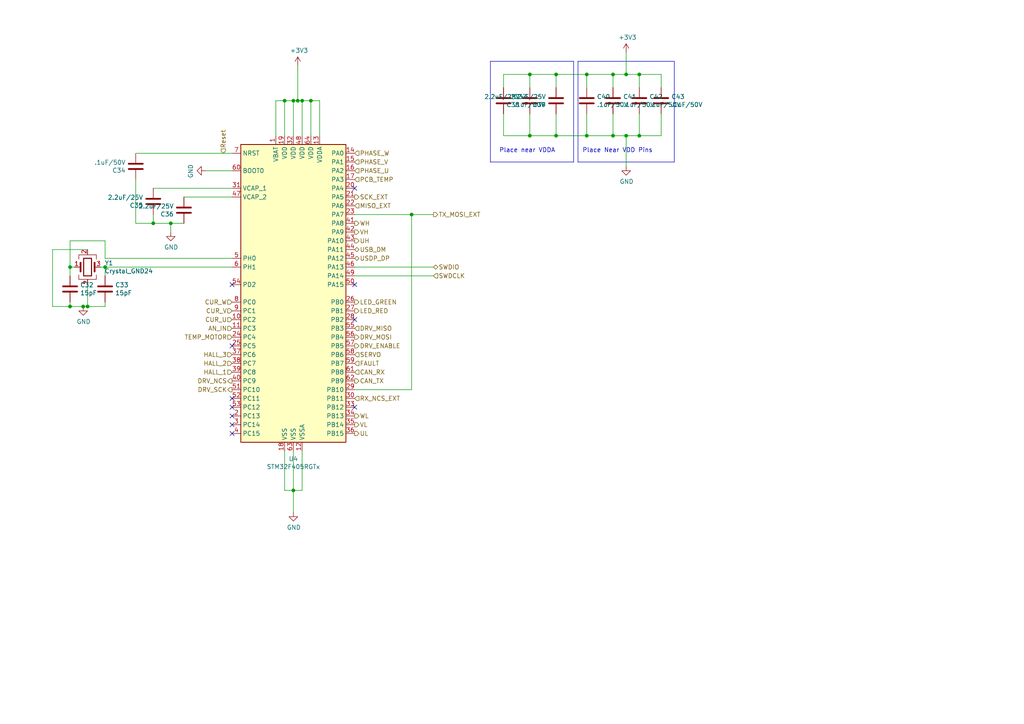
<source format=kicad_sch>
(kicad_sch
	(version 20250114)
	(generator "eeschema")
	(generator_version "9.0")
	(uuid "8861fa19-49d8-4e9e-9007-36dfdb78b705")
	(paper "A4")
	(title_block
		(title "xESC BLDC Controller")
		(date "2021-12-01")
		(rev "2.0")
		(company "Clemens Elflein")
		(comment 1 "Creative Commons Attribution-NonCommercial-ShareAlike 4.0 International License.")
		(comment 2 "Licensed under ")
	)
	(lib_symbols
		(symbol "Device:C"
			(pin_numbers
				(hide yes)
			)
			(pin_names
				(offset 0.254)
			)
			(exclude_from_sim no)
			(in_bom yes)
			(on_board yes)
			(property "Reference" "C"
				(at 0.635 2.54 0)
				(effects
					(font
						(size 1.27 1.27)
					)
					(justify left)
				)
			)
			(property "Value" "C"
				(at 0.635 -2.54 0)
				(effects
					(font
						(size 1.27 1.27)
					)
					(justify left)
				)
			)
			(property "Footprint" ""
				(at 0.9652 -3.81 0)
				(effects
					(font
						(size 1.27 1.27)
					)
					(hide yes)
				)
			)
			(property "Datasheet" "~"
				(at 0 0 0)
				(effects
					(font
						(size 1.27 1.27)
					)
					(hide yes)
				)
			)
			(property "Description" "Unpolarized capacitor"
				(at 0 0 0)
				(effects
					(font
						(size 1.27 1.27)
					)
					(hide yes)
				)
			)
			(property "ki_keywords" "cap capacitor"
				(at 0 0 0)
				(effects
					(font
						(size 1.27 1.27)
					)
					(hide yes)
				)
			)
			(property "ki_fp_filters" "C_*"
				(at 0 0 0)
				(effects
					(font
						(size 1.27 1.27)
					)
					(hide yes)
				)
			)
			(symbol "C_0_1"
				(polyline
					(pts
						(xy -2.032 0.762) (xy 2.032 0.762)
					)
					(stroke
						(width 0.508)
						(type default)
					)
					(fill
						(type none)
					)
				)
				(polyline
					(pts
						(xy -2.032 -0.762) (xy 2.032 -0.762)
					)
					(stroke
						(width 0.508)
						(type default)
					)
					(fill
						(type none)
					)
				)
			)
			(symbol "C_1_1"
				(pin passive line
					(at 0 3.81 270)
					(length 2.794)
					(name "~"
						(effects
							(font
								(size 1.27 1.27)
							)
						)
					)
					(number "1"
						(effects
							(font
								(size 1.27 1.27)
							)
						)
					)
				)
				(pin passive line
					(at 0 -3.81 90)
					(length 2.794)
					(name "~"
						(effects
							(font
								(size 1.27 1.27)
							)
						)
					)
					(number "2"
						(effects
							(font
								(size 1.27 1.27)
							)
						)
					)
				)
			)
			(embedded_fonts no)
		)
		(symbol "Device:Crystal_GND24"
			(pin_names
				(offset 1.016)
				(hide yes)
			)
			(exclude_from_sim no)
			(in_bom yes)
			(on_board yes)
			(property "Reference" "Y"
				(at 3.175 5.08 0)
				(effects
					(font
						(size 1.27 1.27)
					)
					(justify left)
				)
			)
			(property "Value" "Crystal_GND24"
				(at 3.175 3.175 0)
				(effects
					(font
						(size 1.27 1.27)
					)
					(justify left)
				)
			)
			(property "Footprint" ""
				(at 0 0 0)
				(effects
					(font
						(size 1.27 1.27)
					)
					(hide yes)
				)
			)
			(property "Datasheet" "~"
				(at 0 0 0)
				(effects
					(font
						(size 1.27 1.27)
					)
					(hide yes)
				)
			)
			(property "Description" "Four pin crystal, GND on pins 2 and 4"
				(at 0 0 0)
				(effects
					(font
						(size 1.27 1.27)
					)
					(hide yes)
				)
			)
			(property "ki_keywords" "quartz ceramic resonator oscillator"
				(at 0 0 0)
				(effects
					(font
						(size 1.27 1.27)
					)
					(hide yes)
				)
			)
			(property "ki_fp_filters" "Crystal*"
				(at 0 0 0)
				(effects
					(font
						(size 1.27 1.27)
					)
					(hide yes)
				)
			)
			(symbol "Crystal_GND24_0_1"
				(polyline
					(pts
						(xy -2.54 2.286) (xy -2.54 3.556) (xy 2.54 3.556) (xy 2.54 2.286)
					)
					(stroke
						(width 0)
						(type default)
					)
					(fill
						(type none)
					)
				)
				(polyline
					(pts
						(xy -2.54 0) (xy -2.032 0)
					)
					(stroke
						(width 0)
						(type default)
					)
					(fill
						(type none)
					)
				)
				(polyline
					(pts
						(xy -2.54 -2.286) (xy -2.54 -3.556) (xy 2.54 -3.556) (xy 2.54 -2.286)
					)
					(stroke
						(width 0)
						(type default)
					)
					(fill
						(type none)
					)
				)
				(polyline
					(pts
						(xy -2.032 -1.27) (xy -2.032 1.27)
					)
					(stroke
						(width 0.508)
						(type default)
					)
					(fill
						(type none)
					)
				)
				(rectangle
					(start -1.143 2.54)
					(end 1.143 -2.54)
					(stroke
						(width 0.3048)
						(type default)
					)
					(fill
						(type none)
					)
				)
				(polyline
					(pts
						(xy 0 3.556) (xy 0 3.81)
					)
					(stroke
						(width 0)
						(type default)
					)
					(fill
						(type none)
					)
				)
				(polyline
					(pts
						(xy 0 -3.81) (xy 0 -3.556)
					)
					(stroke
						(width 0)
						(type default)
					)
					(fill
						(type none)
					)
				)
				(polyline
					(pts
						(xy 2.032 0) (xy 2.54 0)
					)
					(stroke
						(width 0)
						(type default)
					)
					(fill
						(type none)
					)
				)
				(polyline
					(pts
						(xy 2.032 -1.27) (xy 2.032 1.27)
					)
					(stroke
						(width 0.508)
						(type default)
					)
					(fill
						(type none)
					)
				)
			)
			(symbol "Crystal_GND24_1_1"
				(pin passive line
					(at -3.81 0 0)
					(length 1.27)
					(name "1"
						(effects
							(font
								(size 1.27 1.27)
							)
						)
					)
					(number "1"
						(effects
							(font
								(size 1.27 1.27)
							)
						)
					)
				)
				(pin passive line
					(at 0 5.08 270)
					(length 1.27)
					(name "2"
						(effects
							(font
								(size 1.27 1.27)
							)
						)
					)
					(number "2"
						(effects
							(font
								(size 1.27 1.27)
							)
						)
					)
				)
				(pin passive line
					(at 0 -5.08 90)
					(length 1.27)
					(name "4"
						(effects
							(font
								(size 1.27 1.27)
							)
						)
					)
					(number "4"
						(effects
							(font
								(size 1.27 1.27)
							)
						)
					)
				)
				(pin passive line
					(at 3.81 0 180)
					(length 1.27)
					(name "3"
						(effects
							(font
								(size 1.27 1.27)
							)
						)
					)
					(number "3"
						(effects
							(font
								(size 1.27 1.27)
							)
						)
					)
				)
			)
			(embedded_fonts no)
		)
		(symbol "MCU_ST_STM32F4:STM32F405RGTx"
			(exclude_from_sim no)
			(in_bom yes)
			(on_board yes)
			(property "Reference" "U"
				(at -15.24 44.45 0)
				(effects
					(font
						(size 1.27 1.27)
					)
					(justify left)
				)
			)
			(property "Value" "STM32F405RGTx"
				(at 10.16 44.45 0)
				(effects
					(font
						(size 1.27 1.27)
					)
					(justify left)
				)
			)
			(property "Footprint" "Package_QFP:LQFP-64_10x10mm_P0.5mm"
				(at -15.24 -43.18 0)
				(effects
					(font
						(size 1.27 1.27)
					)
					(justify right)
					(hide yes)
				)
			)
			(property "Datasheet" "http://www.st.com/st-web-ui/static/active/en/resource/technical/document/datasheet/DM00037051.pdf"
				(at 0 0 0)
				(effects
					(font
						(size 1.27 1.27)
					)
					(hide yes)
				)
			)
			(property "Description" "ARM Cortex-M4 MCU, 1024KB flash, 128KB RAM, 168MHz, 1.8-3.6V, 51 GPIO, LQFP-64"
				(at 0 0 0)
				(effects
					(font
						(size 1.27 1.27)
					)
					(hide yes)
				)
			)
			(property "ki_keywords" "ARM Cortex-M4 STM32F4 STM32F405/415"
				(at 0 0 0)
				(effects
					(font
						(size 1.27 1.27)
					)
					(hide yes)
				)
			)
			(property "ki_fp_filters" "LQFP*10x10mm*P0.5mm*"
				(at 0 0 0)
				(effects
					(font
						(size 1.27 1.27)
					)
					(hide yes)
				)
			)
			(symbol "STM32F405RGTx_0_1"
				(rectangle
					(start -15.24 -43.18)
					(end 15.24 43.18)
					(stroke
						(width 0.254)
						(type default)
					)
					(fill
						(type background)
					)
				)
			)
			(symbol "STM32F405RGTx_1_1"
				(pin input line
					(at -17.78 40.64 0)
					(length 2.54)
					(name "NRST"
						(effects
							(font
								(size 1.27 1.27)
							)
						)
					)
					(number "7"
						(effects
							(font
								(size 1.27 1.27)
							)
						)
					)
				)
				(pin input line
					(at -17.78 35.56 0)
					(length 2.54)
					(name "BOOT0"
						(effects
							(font
								(size 1.27 1.27)
							)
						)
					)
					(number "60"
						(effects
							(font
								(size 1.27 1.27)
							)
						)
					)
				)
				(pin power_in line
					(at -17.78 30.48 0)
					(length 2.54)
					(name "VCAP_1"
						(effects
							(font
								(size 1.27 1.27)
							)
						)
					)
					(number "31"
						(effects
							(font
								(size 1.27 1.27)
							)
						)
					)
				)
				(pin power_in line
					(at -17.78 27.94 0)
					(length 2.54)
					(name "VCAP_2"
						(effects
							(font
								(size 1.27 1.27)
							)
						)
					)
					(number "47"
						(effects
							(font
								(size 1.27 1.27)
							)
						)
					)
				)
				(pin input line
					(at -17.78 10.16 0)
					(length 2.54)
					(name "PH0"
						(effects
							(font
								(size 1.27 1.27)
							)
						)
					)
					(number "5"
						(effects
							(font
								(size 1.27 1.27)
							)
						)
					)
				)
				(pin input line
					(at -17.78 7.62 0)
					(length 2.54)
					(name "PH1"
						(effects
							(font
								(size 1.27 1.27)
							)
						)
					)
					(number "6"
						(effects
							(font
								(size 1.27 1.27)
							)
						)
					)
				)
				(pin bidirectional line
					(at -17.78 2.54 0)
					(length 2.54)
					(name "PD2"
						(effects
							(font
								(size 1.27 1.27)
							)
						)
					)
					(number "54"
						(effects
							(font
								(size 1.27 1.27)
							)
						)
					)
				)
				(pin bidirectional line
					(at -17.78 -2.54 0)
					(length 2.54)
					(name "PC0"
						(effects
							(font
								(size 1.27 1.27)
							)
						)
					)
					(number "8"
						(effects
							(font
								(size 1.27 1.27)
							)
						)
					)
				)
				(pin bidirectional line
					(at -17.78 -5.08 0)
					(length 2.54)
					(name "PC1"
						(effects
							(font
								(size 1.27 1.27)
							)
						)
					)
					(number "9"
						(effects
							(font
								(size 1.27 1.27)
							)
						)
					)
				)
				(pin bidirectional line
					(at -17.78 -7.62 0)
					(length 2.54)
					(name "PC2"
						(effects
							(font
								(size 1.27 1.27)
							)
						)
					)
					(number "10"
						(effects
							(font
								(size 1.27 1.27)
							)
						)
					)
				)
				(pin bidirectional line
					(at -17.78 -10.16 0)
					(length 2.54)
					(name "PC3"
						(effects
							(font
								(size 1.27 1.27)
							)
						)
					)
					(number "11"
						(effects
							(font
								(size 1.27 1.27)
							)
						)
					)
				)
				(pin bidirectional line
					(at -17.78 -12.7 0)
					(length 2.54)
					(name "PC4"
						(effects
							(font
								(size 1.27 1.27)
							)
						)
					)
					(number "24"
						(effects
							(font
								(size 1.27 1.27)
							)
						)
					)
				)
				(pin bidirectional line
					(at -17.78 -15.24 0)
					(length 2.54)
					(name "PC5"
						(effects
							(font
								(size 1.27 1.27)
							)
						)
					)
					(number "25"
						(effects
							(font
								(size 1.27 1.27)
							)
						)
					)
				)
				(pin bidirectional line
					(at -17.78 -17.78 0)
					(length 2.54)
					(name "PC6"
						(effects
							(font
								(size 1.27 1.27)
							)
						)
					)
					(number "37"
						(effects
							(font
								(size 1.27 1.27)
							)
						)
					)
				)
				(pin bidirectional line
					(at -17.78 -20.32 0)
					(length 2.54)
					(name "PC7"
						(effects
							(font
								(size 1.27 1.27)
							)
						)
					)
					(number "38"
						(effects
							(font
								(size 1.27 1.27)
							)
						)
					)
				)
				(pin bidirectional line
					(at -17.78 -22.86 0)
					(length 2.54)
					(name "PC8"
						(effects
							(font
								(size 1.27 1.27)
							)
						)
					)
					(number "39"
						(effects
							(font
								(size 1.27 1.27)
							)
						)
					)
				)
				(pin bidirectional line
					(at -17.78 -25.4 0)
					(length 2.54)
					(name "PC9"
						(effects
							(font
								(size 1.27 1.27)
							)
						)
					)
					(number "40"
						(effects
							(font
								(size 1.27 1.27)
							)
						)
					)
				)
				(pin bidirectional line
					(at -17.78 -27.94 0)
					(length 2.54)
					(name "PC10"
						(effects
							(font
								(size 1.27 1.27)
							)
						)
					)
					(number "51"
						(effects
							(font
								(size 1.27 1.27)
							)
						)
					)
				)
				(pin bidirectional line
					(at -17.78 -30.48 0)
					(length 2.54)
					(name "PC11"
						(effects
							(font
								(size 1.27 1.27)
							)
						)
					)
					(number "52"
						(effects
							(font
								(size 1.27 1.27)
							)
						)
					)
				)
				(pin bidirectional line
					(at -17.78 -33.02 0)
					(length 2.54)
					(name "PC12"
						(effects
							(font
								(size 1.27 1.27)
							)
						)
					)
					(number "53"
						(effects
							(font
								(size 1.27 1.27)
							)
						)
					)
				)
				(pin bidirectional line
					(at -17.78 -35.56 0)
					(length 2.54)
					(name "PC13"
						(effects
							(font
								(size 1.27 1.27)
							)
						)
					)
					(number "2"
						(effects
							(font
								(size 1.27 1.27)
							)
						)
					)
				)
				(pin bidirectional line
					(at -17.78 -38.1 0)
					(length 2.54)
					(name "PC14"
						(effects
							(font
								(size 1.27 1.27)
							)
						)
					)
					(number "3"
						(effects
							(font
								(size 1.27 1.27)
							)
						)
					)
				)
				(pin bidirectional line
					(at -17.78 -40.64 0)
					(length 2.54)
					(name "PC15"
						(effects
							(font
								(size 1.27 1.27)
							)
						)
					)
					(number "4"
						(effects
							(font
								(size 1.27 1.27)
							)
						)
					)
				)
				(pin power_in line
					(at -5.08 45.72 270)
					(length 2.54)
					(name "VBAT"
						(effects
							(font
								(size 1.27 1.27)
							)
						)
					)
					(number "1"
						(effects
							(font
								(size 1.27 1.27)
							)
						)
					)
				)
				(pin power_in line
					(at -2.54 45.72 270)
					(length 2.54)
					(name "VDD"
						(effects
							(font
								(size 1.27 1.27)
							)
						)
					)
					(number "19"
						(effects
							(font
								(size 1.27 1.27)
							)
						)
					)
				)
				(pin power_in line
					(at -2.54 -45.72 90)
					(length 2.54)
					(name "VSS"
						(effects
							(font
								(size 1.27 1.27)
							)
						)
					)
					(number "18"
						(effects
							(font
								(size 1.27 1.27)
							)
						)
					)
				)
				(pin power_in line
					(at 0 45.72 270)
					(length 2.54)
					(name "VDD"
						(effects
							(font
								(size 1.27 1.27)
							)
						)
					)
					(number "32"
						(effects
							(font
								(size 1.27 1.27)
							)
						)
					)
				)
				(pin power_in line
					(at 0 -45.72 90)
					(length 2.54)
					(name "VSS"
						(effects
							(font
								(size 1.27 1.27)
							)
						)
					)
					(number "63"
						(effects
							(font
								(size 1.27 1.27)
							)
						)
					)
				)
				(pin power_in line
					(at 2.54 45.72 270)
					(length 2.54)
					(name "VDD"
						(effects
							(font
								(size 1.27 1.27)
							)
						)
					)
					(number "48"
						(effects
							(font
								(size 1.27 1.27)
							)
						)
					)
				)
				(pin power_in line
					(at 2.54 -45.72 90)
					(length 2.54)
					(name "VSSA"
						(effects
							(font
								(size 1.27 1.27)
							)
						)
					)
					(number "12"
						(effects
							(font
								(size 1.27 1.27)
							)
						)
					)
				)
				(pin power_in line
					(at 5.08 45.72 270)
					(length 2.54)
					(name "VDD"
						(effects
							(font
								(size 1.27 1.27)
							)
						)
					)
					(number "64"
						(effects
							(font
								(size 1.27 1.27)
							)
						)
					)
				)
				(pin power_in line
					(at 7.62 45.72 270)
					(length 2.54)
					(name "VDDA"
						(effects
							(font
								(size 1.27 1.27)
							)
						)
					)
					(number "13"
						(effects
							(font
								(size 1.27 1.27)
							)
						)
					)
				)
				(pin bidirectional line
					(at 17.78 40.64 180)
					(length 2.54)
					(name "PA0"
						(effects
							(font
								(size 1.27 1.27)
							)
						)
					)
					(number "14"
						(effects
							(font
								(size 1.27 1.27)
							)
						)
					)
				)
				(pin bidirectional line
					(at 17.78 38.1 180)
					(length 2.54)
					(name "PA1"
						(effects
							(font
								(size 1.27 1.27)
							)
						)
					)
					(number "15"
						(effects
							(font
								(size 1.27 1.27)
							)
						)
					)
				)
				(pin bidirectional line
					(at 17.78 35.56 180)
					(length 2.54)
					(name "PA2"
						(effects
							(font
								(size 1.27 1.27)
							)
						)
					)
					(number "16"
						(effects
							(font
								(size 1.27 1.27)
							)
						)
					)
				)
				(pin bidirectional line
					(at 17.78 33.02 180)
					(length 2.54)
					(name "PA3"
						(effects
							(font
								(size 1.27 1.27)
							)
						)
					)
					(number "17"
						(effects
							(font
								(size 1.27 1.27)
							)
						)
					)
				)
				(pin bidirectional line
					(at 17.78 30.48 180)
					(length 2.54)
					(name "PA4"
						(effects
							(font
								(size 1.27 1.27)
							)
						)
					)
					(number "20"
						(effects
							(font
								(size 1.27 1.27)
							)
						)
					)
				)
				(pin bidirectional line
					(at 17.78 27.94 180)
					(length 2.54)
					(name "PA5"
						(effects
							(font
								(size 1.27 1.27)
							)
						)
					)
					(number "21"
						(effects
							(font
								(size 1.27 1.27)
							)
						)
					)
				)
				(pin bidirectional line
					(at 17.78 25.4 180)
					(length 2.54)
					(name "PA6"
						(effects
							(font
								(size 1.27 1.27)
							)
						)
					)
					(number "22"
						(effects
							(font
								(size 1.27 1.27)
							)
						)
					)
				)
				(pin bidirectional line
					(at 17.78 22.86 180)
					(length 2.54)
					(name "PA7"
						(effects
							(font
								(size 1.27 1.27)
							)
						)
					)
					(number "23"
						(effects
							(font
								(size 1.27 1.27)
							)
						)
					)
				)
				(pin bidirectional line
					(at 17.78 20.32 180)
					(length 2.54)
					(name "PA8"
						(effects
							(font
								(size 1.27 1.27)
							)
						)
					)
					(number "41"
						(effects
							(font
								(size 1.27 1.27)
							)
						)
					)
				)
				(pin bidirectional line
					(at 17.78 17.78 180)
					(length 2.54)
					(name "PA9"
						(effects
							(font
								(size 1.27 1.27)
							)
						)
					)
					(number "42"
						(effects
							(font
								(size 1.27 1.27)
							)
						)
					)
				)
				(pin bidirectional line
					(at 17.78 15.24 180)
					(length 2.54)
					(name "PA10"
						(effects
							(font
								(size 1.27 1.27)
							)
						)
					)
					(number "43"
						(effects
							(font
								(size 1.27 1.27)
							)
						)
					)
				)
				(pin bidirectional line
					(at 17.78 12.7 180)
					(length 2.54)
					(name "PA11"
						(effects
							(font
								(size 1.27 1.27)
							)
						)
					)
					(number "44"
						(effects
							(font
								(size 1.27 1.27)
							)
						)
					)
				)
				(pin bidirectional line
					(at 17.78 10.16 180)
					(length 2.54)
					(name "PA12"
						(effects
							(font
								(size 1.27 1.27)
							)
						)
					)
					(number "45"
						(effects
							(font
								(size 1.27 1.27)
							)
						)
					)
				)
				(pin bidirectional line
					(at 17.78 7.62 180)
					(length 2.54)
					(name "PA13"
						(effects
							(font
								(size 1.27 1.27)
							)
						)
					)
					(number "46"
						(effects
							(font
								(size 1.27 1.27)
							)
						)
					)
				)
				(pin bidirectional line
					(at 17.78 5.08 180)
					(length 2.54)
					(name "PA14"
						(effects
							(font
								(size 1.27 1.27)
							)
						)
					)
					(number "49"
						(effects
							(font
								(size 1.27 1.27)
							)
						)
					)
				)
				(pin bidirectional line
					(at 17.78 2.54 180)
					(length 2.54)
					(name "PA15"
						(effects
							(font
								(size 1.27 1.27)
							)
						)
					)
					(number "50"
						(effects
							(font
								(size 1.27 1.27)
							)
						)
					)
				)
				(pin bidirectional line
					(at 17.78 -2.54 180)
					(length 2.54)
					(name "PB0"
						(effects
							(font
								(size 1.27 1.27)
							)
						)
					)
					(number "26"
						(effects
							(font
								(size 1.27 1.27)
							)
						)
					)
				)
				(pin bidirectional line
					(at 17.78 -5.08 180)
					(length 2.54)
					(name "PB1"
						(effects
							(font
								(size 1.27 1.27)
							)
						)
					)
					(number "27"
						(effects
							(font
								(size 1.27 1.27)
							)
						)
					)
				)
				(pin bidirectional line
					(at 17.78 -7.62 180)
					(length 2.54)
					(name "PB2"
						(effects
							(font
								(size 1.27 1.27)
							)
						)
					)
					(number "28"
						(effects
							(font
								(size 1.27 1.27)
							)
						)
					)
				)
				(pin bidirectional line
					(at 17.78 -10.16 180)
					(length 2.54)
					(name "PB3"
						(effects
							(font
								(size 1.27 1.27)
							)
						)
					)
					(number "55"
						(effects
							(font
								(size 1.27 1.27)
							)
						)
					)
				)
				(pin bidirectional line
					(at 17.78 -12.7 180)
					(length 2.54)
					(name "PB4"
						(effects
							(font
								(size 1.27 1.27)
							)
						)
					)
					(number "56"
						(effects
							(font
								(size 1.27 1.27)
							)
						)
					)
				)
				(pin bidirectional line
					(at 17.78 -15.24 180)
					(length 2.54)
					(name "PB5"
						(effects
							(font
								(size 1.27 1.27)
							)
						)
					)
					(number "57"
						(effects
							(font
								(size 1.27 1.27)
							)
						)
					)
				)
				(pin bidirectional line
					(at 17.78 -17.78 180)
					(length 2.54)
					(name "PB6"
						(effects
							(font
								(size 1.27 1.27)
							)
						)
					)
					(number "58"
						(effects
							(font
								(size 1.27 1.27)
							)
						)
					)
				)
				(pin bidirectional line
					(at 17.78 -20.32 180)
					(length 2.54)
					(name "PB7"
						(effects
							(font
								(size 1.27 1.27)
							)
						)
					)
					(number "59"
						(effects
							(font
								(size 1.27 1.27)
							)
						)
					)
				)
				(pin bidirectional line
					(at 17.78 -22.86 180)
					(length 2.54)
					(name "PB8"
						(effects
							(font
								(size 1.27 1.27)
							)
						)
					)
					(number "61"
						(effects
							(font
								(size 1.27 1.27)
							)
						)
					)
				)
				(pin bidirectional line
					(at 17.78 -25.4 180)
					(length 2.54)
					(name "PB9"
						(effects
							(font
								(size 1.27 1.27)
							)
						)
					)
					(number "62"
						(effects
							(font
								(size 1.27 1.27)
							)
						)
					)
				)
				(pin bidirectional line
					(at 17.78 -27.94 180)
					(length 2.54)
					(name "PB10"
						(effects
							(font
								(size 1.27 1.27)
							)
						)
					)
					(number "29"
						(effects
							(font
								(size 1.27 1.27)
							)
						)
					)
				)
				(pin bidirectional line
					(at 17.78 -30.48 180)
					(length 2.54)
					(name "PB11"
						(effects
							(font
								(size 1.27 1.27)
							)
						)
					)
					(number "30"
						(effects
							(font
								(size 1.27 1.27)
							)
						)
					)
				)
				(pin bidirectional line
					(at 17.78 -33.02 180)
					(length 2.54)
					(name "PB12"
						(effects
							(font
								(size 1.27 1.27)
							)
						)
					)
					(number "33"
						(effects
							(font
								(size 1.27 1.27)
							)
						)
					)
				)
				(pin bidirectional line
					(at 17.78 -35.56 180)
					(length 2.54)
					(name "PB13"
						(effects
							(font
								(size 1.27 1.27)
							)
						)
					)
					(number "34"
						(effects
							(font
								(size 1.27 1.27)
							)
						)
					)
				)
				(pin bidirectional line
					(at 17.78 -38.1 180)
					(length 2.54)
					(name "PB14"
						(effects
							(font
								(size 1.27 1.27)
							)
						)
					)
					(number "35"
						(effects
							(font
								(size 1.27 1.27)
							)
						)
					)
				)
				(pin bidirectional line
					(at 17.78 -40.64 180)
					(length 2.54)
					(name "PB15"
						(effects
							(font
								(size 1.27 1.27)
							)
						)
					)
					(number "36"
						(effects
							(font
								(size 1.27 1.27)
							)
						)
					)
				)
			)
			(embedded_fonts no)
		)
		(symbol "power:+3.3V"
			(power)
			(pin_names
				(offset 0)
			)
			(exclude_from_sim no)
			(in_bom yes)
			(on_board yes)
			(property "Reference" "#PWR"
				(at 0 -3.81 0)
				(effects
					(font
						(size 1.27 1.27)
					)
					(hide yes)
				)
			)
			(property "Value" "+3.3V"
				(at 0 3.556 0)
				(effects
					(font
						(size 1.27 1.27)
					)
				)
			)
			(property "Footprint" ""
				(at 0 0 0)
				(effects
					(font
						(size 1.27 1.27)
					)
					(hide yes)
				)
			)
			(property "Datasheet" ""
				(at 0 0 0)
				(effects
					(font
						(size 1.27 1.27)
					)
					(hide yes)
				)
			)
			(property "Description" "Power symbol creates a global label with name \"+3.3V\""
				(at 0 0 0)
				(effects
					(font
						(size 1.27 1.27)
					)
					(hide yes)
				)
			)
			(property "ki_keywords" "power-flag"
				(at 0 0 0)
				(effects
					(font
						(size 1.27 1.27)
					)
					(hide yes)
				)
			)
			(symbol "+3.3V_0_1"
				(polyline
					(pts
						(xy -0.762 1.27) (xy 0 2.54)
					)
					(stroke
						(width 0)
						(type default)
					)
					(fill
						(type none)
					)
				)
				(polyline
					(pts
						(xy 0 2.54) (xy 0.762 1.27)
					)
					(stroke
						(width 0)
						(type default)
					)
					(fill
						(type none)
					)
				)
				(polyline
					(pts
						(xy 0 0) (xy 0 2.54)
					)
					(stroke
						(width 0)
						(type default)
					)
					(fill
						(type none)
					)
				)
			)
			(symbol "+3.3V_1_1"
				(pin power_in line
					(at 0 0 90)
					(length 0)
					(hide yes)
					(name "+3V3"
						(effects
							(font
								(size 1.27 1.27)
							)
						)
					)
					(number "1"
						(effects
							(font
								(size 1.27 1.27)
							)
						)
					)
				)
			)
			(embedded_fonts no)
		)
		(symbol "power:GND"
			(power)
			(pin_names
				(offset 0)
			)
			(exclude_from_sim no)
			(in_bom yes)
			(on_board yes)
			(property "Reference" "#PWR"
				(at 0 -6.35 0)
				(effects
					(font
						(size 1.27 1.27)
					)
					(hide yes)
				)
			)
			(property "Value" "GND"
				(at 0 -3.81 0)
				(effects
					(font
						(size 1.27 1.27)
					)
				)
			)
			(property "Footprint" ""
				(at 0 0 0)
				(effects
					(font
						(size 1.27 1.27)
					)
					(hide yes)
				)
			)
			(property "Datasheet" ""
				(at 0 0 0)
				(effects
					(font
						(size 1.27 1.27)
					)
					(hide yes)
				)
			)
			(property "Description" "Power symbol creates a global label with name \"GND\" , ground"
				(at 0 0 0)
				(effects
					(font
						(size 1.27 1.27)
					)
					(hide yes)
				)
			)
			(property "ki_keywords" "power-flag"
				(at 0 0 0)
				(effects
					(font
						(size 1.27 1.27)
					)
					(hide yes)
				)
			)
			(symbol "GND_0_1"
				(polyline
					(pts
						(xy 0 0) (xy 0 -1.27) (xy 1.27 -1.27) (xy 0 -2.54) (xy -1.27 -1.27) (xy 0 -1.27)
					)
					(stroke
						(width 0)
						(type default)
					)
					(fill
						(type none)
					)
				)
			)
			(symbol "GND_1_1"
				(pin power_in line
					(at 0 0 270)
					(length 0)
					(hide yes)
					(name "GND"
						(effects
							(font
								(size 1.27 1.27)
							)
						)
					)
					(number "1"
						(effects
							(font
								(size 1.27 1.27)
							)
						)
					)
				)
			)
			(embedded_fonts no)
		)
	)
	(text "Place Near VDD Pins"
		(exclude_from_sim no)
		(at 168.91 44.45 0)
		(effects
			(font
				(size 1.27 1.27)
			)
			(justify left bottom)
		)
		(uuid "675b9ae3-18e4-4419-8ffb-794d217b2f39")
	)
	(text "Place near VDDA"
		(exclude_from_sim no)
		(at 144.78 44.45 0)
		(effects
			(font
				(size 1.27 1.27)
			)
			(justify left bottom)
		)
		(uuid "afca75df-e839-4e1e-b559-fa1fcb503bf1")
	)
	(junction
		(at 153.67 21.59)
		(diameter 0)
		(color 0 0 0 0)
		(uuid "00f07a35-577d-40c1-85f9-6045fff37eff")
	)
	(junction
		(at 119.38 62.23)
		(diameter 0)
		(color 0 0 0 0)
		(uuid "14f884c5-132b-423b-a24b-dff1e5f36bf6")
	)
	(junction
		(at 181.61 39.37)
		(diameter 0)
		(color 0 0 0 0)
		(uuid "19c8779c-c770-4b56-93fd-ab1660106012")
	)
	(junction
		(at 44.45 64.77)
		(diameter 0)
		(color 0 0 0 0)
		(uuid "1d225dc2-5280-42d8-8e77-6a14174a7ac6")
	)
	(junction
		(at 24.13 88.9)
		(diameter 0)
		(color 0 0 0 0)
		(uuid "23d7508b-7c29-44fb-a276-a12f2a3d1508")
	)
	(junction
		(at 185.42 39.37)
		(diameter 0)
		(color 0 0 0 0)
		(uuid "2db62d79-fe9d-4a99-8613-196fc3416f01")
	)
	(junction
		(at 20.32 88.9)
		(diameter 0)
		(color 0 0 0 0)
		(uuid "2fe5912d-cdf9-42a0-90dd-6cd22cd017c6")
	)
	(junction
		(at 86.36 29.21)
		(diameter 0)
		(color 0 0 0 0)
		(uuid "3095b0f9-78d5-4a07-b71c-f48a9c58e7ec")
	)
	(junction
		(at 161.29 21.59)
		(diameter 0)
		(color 0 0 0 0)
		(uuid "347abbc1-854a-40f3-be93-e7f380c88c8b")
	)
	(junction
		(at 185.42 21.59)
		(diameter 0)
		(color 0 0 0 0)
		(uuid "3bb95438-fa2e-4865-934d-f2f6cb9dac81")
	)
	(junction
		(at 177.8 21.59)
		(diameter 0)
		(color 0 0 0 0)
		(uuid "40dfc13f-f9a8-4ff3-bcab-1084fdf596c9")
	)
	(junction
		(at 82.55 29.21)
		(diameter 0)
		(color 0 0 0 0)
		(uuid "42a3b329-6794-4a92-b3a6-33c499795e5b")
	)
	(junction
		(at 25.4 88.9)
		(diameter 0)
		(color 0 0 0 0)
		(uuid "5ee187aa-b717-47be-9029-0544c8e9088e")
	)
	(junction
		(at 181.61 21.59)
		(diameter 0)
		(color 0 0 0 0)
		(uuid "628bd9ab-c640-4854-9a82-6818248251e6")
	)
	(junction
		(at 87.63 29.21)
		(diameter 0)
		(color 0 0 0 0)
		(uuid "6898fed6-7459-4344-a091-e4b8736e1332")
	)
	(junction
		(at 170.18 39.37)
		(diameter 0)
		(color 0 0 0 0)
		(uuid "73277fbb-1b08-4d33-9c5b-5325484342f3")
	)
	(junction
		(at 161.29 39.37)
		(diameter 0)
		(color 0 0 0 0)
		(uuid "9363dc5c-898f-41a0-81e6-d14742b5de2b")
	)
	(junction
		(at 30.48 77.47)
		(diameter 0)
		(color 0 0 0 0)
		(uuid "97a9f31c-6421-4b82-8398-8c6fe9baa180")
	)
	(junction
		(at 90.17 29.21)
		(diameter 0)
		(color 0 0 0 0)
		(uuid "a59beaac-ad6b-4af7-8712-34460574c822")
	)
	(junction
		(at 20.32 77.47)
		(diameter 0)
		(color 0 0 0 0)
		(uuid "a5e732e4-ca6c-4355-a7ba-f9802a6de2f4")
	)
	(junction
		(at 153.67 39.37)
		(diameter 0)
		(color 0 0 0 0)
		(uuid "a87f4e45-81f2-4e68-bcdb-03971775e490")
	)
	(junction
		(at 85.09 142.24)
		(diameter 0)
		(color 0 0 0 0)
		(uuid "b16bd689-8e91-43dc-bad5-8b168e2de0bb")
	)
	(junction
		(at 85.09 29.21)
		(diameter 0)
		(color 0 0 0 0)
		(uuid "bda8cab3-a5d5-4f8c-beef-e73c7e742bec")
	)
	(junction
		(at 170.18 21.59)
		(diameter 0)
		(color 0 0 0 0)
		(uuid "eb323ef0-b2b9-4c99-b925-cfa5eba50e83")
	)
	(junction
		(at 177.8 39.37)
		(diameter 0)
		(color 0 0 0 0)
		(uuid "f053d67e-5cea-4620-bec6-ec97dab26187")
	)
	(junction
		(at 49.53 64.77)
		(diameter 0)
		(color 0 0 0 0)
		(uuid "f111085c-aead-44b9-8f56-8315291f00ac")
	)
	(no_connect
		(at 67.31 125.73)
		(uuid "27205480-faa3-42ff-8a3d-e23e0655cb4c")
	)
	(no_connect
		(at 102.87 118.11)
		(uuid "484d8637-2a13-4574-85af-04a76fa3f536")
	)
	(no_connect
		(at 67.31 118.11)
		(uuid "74b3e9f9-4634-4fc8-8e1a-fc0dc3630962")
	)
	(no_connect
		(at 67.31 115.57)
		(uuid "840f2585-6828-4946-92fd-e96561d4922c")
	)
	(no_connect
		(at 67.31 100.33)
		(uuid "943df31f-b193-477d-918b-3e3357f6191e")
	)
	(no_connect
		(at 102.87 82.55)
		(uuid "a96a5c48-76ec-4131-9943-c00793e26d1a")
	)
	(no_connect
		(at 67.31 82.55)
		(uuid "b5f8a962-6395-475e-a632-f26449ff4189")
	)
	(no_connect
		(at 67.31 123.19)
		(uuid "cf56f424-13c4-4f13-bec2-77f1beb15b33")
	)
	(no_connect
		(at 67.31 120.65)
		(uuid "e72ab409-8e0d-4178-9160-c0ccc24e6905")
	)
	(no_connect
		(at 102.87 92.71)
		(uuid "f15e0257-89c9-462e-b81a-9b2f34f90520")
	)
	(no_connect
		(at 102.87 54.61)
		(uuid "f336ddd8-ddf4-4fdd-af83-86c42537b181")
	)
	(wire
		(pts
			(xy 30.48 77.47) (xy 67.31 77.47)
		)
		(stroke
			(width 0)
			(type default)
		)
		(uuid "0222a36e-b5da-4269-a4df-1575d2831633")
	)
	(wire
		(pts
			(xy 170.18 39.37) (xy 177.8 39.37)
		)
		(stroke
			(width 0)
			(type default)
		)
		(uuid "0495ac0a-25ba-40e1-b682-c96f3c62a496")
	)
	(wire
		(pts
			(xy 181.61 39.37) (xy 185.42 39.37)
		)
		(stroke
			(width 0)
			(type default)
		)
		(uuid "0b1748cf-ff63-4587-b914-6f04d4cc4282")
	)
	(polyline
		(pts
			(xy 167.64 46.99) (xy 195.58 46.99)
		)
		(stroke
			(width 0)
			(type default)
		)
		(uuid "0c6d1f52-0028-444e-bf94-87252d2f21d3")
	)
	(wire
		(pts
			(xy 153.67 21.59) (xy 161.29 21.59)
		)
		(stroke
			(width 0)
			(type default)
		)
		(uuid "11bdf3f2-ff81-43d7-aea7-a02231d94142")
	)
	(wire
		(pts
			(xy 15.24 72.39) (xy 15.24 88.9)
		)
		(stroke
			(width 0)
			(type default)
		)
		(uuid "138821c2-9a12-4c43-8043-49b56ea76806")
	)
	(wire
		(pts
			(xy 85.09 142.24) (xy 87.63 142.24)
		)
		(stroke
			(width 0)
			(type default)
		)
		(uuid "15cee9de-119c-4ce1-b533-62930f02a9a9")
	)
	(wire
		(pts
			(xy 170.18 25.4) (xy 170.18 21.59)
		)
		(stroke
			(width 0)
			(type default)
		)
		(uuid "1c3aa9dd-2aa4-4a7d-9744-96647af16985")
	)
	(wire
		(pts
			(xy 30.48 69.85) (xy 20.32 69.85)
		)
		(stroke
			(width 0)
			(type default)
		)
		(uuid "1cb39594-f193-420e-8261-3d7a507d62a7")
	)
	(wire
		(pts
			(xy 39.37 52.07) (xy 39.37 64.77)
		)
		(stroke
			(width 0)
			(type default)
		)
		(uuid "1eb94d34-d632-4fd3-96fe-3a1fafb12f09")
	)
	(wire
		(pts
			(xy 30.48 77.47) (xy 30.48 80.01)
		)
		(stroke
			(width 0)
			(type default)
		)
		(uuid "2381da27-c12d-4ae2-8be5-6028ccfcdca5")
	)
	(wire
		(pts
			(xy 153.67 25.4) (xy 153.67 21.59)
		)
		(stroke
			(width 0)
			(type default)
		)
		(uuid "262757eb-8fab-4a2d-a3f1-bdf9d392720d")
	)
	(wire
		(pts
			(xy 185.42 25.4) (xy 185.42 21.59)
		)
		(stroke
			(width 0)
			(type default)
		)
		(uuid "2710240e-f8ac-492c-aa42-23e9c7f8bfa4")
	)
	(wire
		(pts
			(xy 153.67 39.37) (xy 161.29 39.37)
		)
		(stroke
			(width 0)
			(type default)
		)
		(uuid "27530208-1f44-4db5-9a1c-8daedd37be0b")
	)
	(wire
		(pts
			(xy 25.4 72.39) (xy 15.24 72.39)
		)
		(stroke
			(width 0)
			(type default)
		)
		(uuid "2bee94b6-f6b5-4588-b33b-d927f125d5a0")
	)
	(wire
		(pts
			(xy 30.48 74.93) (xy 30.48 69.85)
		)
		(stroke
			(width 0)
			(type default)
		)
		(uuid "2dec14ba-4066-4fe1-b9d0-f064dc1745be")
	)
	(wire
		(pts
			(xy 44.45 64.77) (xy 49.53 64.77)
		)
		(stroke
			(width 0)
			(type default)
		)
		(uuid "30bb5606-9eda-48c1-9bd4-a93423426ac8")
	)
	(wire
		(pts
			(xy 90.17 29.21) (xy 92.71 29.21)
		)
		(stroke
			(width 0)
			(type default)
		)
		(uuid "34c8e48c-df20-4761-b3de-cb194cc8b5a9")
	)
	(wire
		(pts
			(xy 59.69 49.53) (xy 67.31 49.53)
		)
		(stroke
			(width 0)
			(type default)
		)
		(uuid "3604b420-93dc-47ee-b7d5-a003bb06dfc0")
	)
	(wire
		(pts
			(xy 87.63 29.21) (xy 87.63 39.37)
		)
		(stroke
			(width 0)
			(type default)
		)
		(uuid "3d58e01a-ed27-44b7-9afe-d26aa69a1cc7")
	)
	(wire
		(pts
			(xy 80.01 39.37) (xy 80.01 29.21)
		)
		(stroke
			(width 0)
			(type default)
		)
		(uuid "43a2305e-72be-4b90-915b-aa9046a561de")
	)
	(wire
		(pts
			(xy 80.01 29.21) (xy 82.55 29.21)
		)
		(stroke
			(width 0)
			(type default)
		)
		(uuid "47683de5-61f0-4ee8-b7ab-3ad15501846a")
	)
	(wire
		(pts
			(xy 25.4 82.55) (xy 25.4 88.9)
		)
		(stroke
			(width 0)
			(type default)
		)
		(uuid "4e17b039-7759-484b-825b-119b31f9463c")
	)
	(polyline
		(pts
			(xy 195.58 17.78) (xy 167.64 17.78)
		)
		(stroke
			(width 0)
			(type default)
		)
		(uuid "4fc7f49c-b462-43c2-92e4-ef2e02b1acfe")
	)
	(wire
		(pts
			(xy 170.18 33.02) (xy 170.18 39.37)
		)
		(stroke
			(width 0)
			(type default)
		)
		(uuid "51e80bcb-c185-4d00-b3ba-a5e436bb178a")
	)
	(wire
		(pts
			(xy 39.37 64.77) (xy 44.45 64.77)
		)
		(stroke
			(width 0)
			(type default)
		)
		(uuid "523c15a1-d33a-4b2d-aa97-c739fbcaeb77")
	)
	(wire
		(pts
			(xy 49.53 64.77) (xy 49.53 67.31)
		)
		(stroke
			(width 0)
			(type default)
		)
		(uuid "535d70fd-6e5e-4856-8606-f9652c4018c0")
	)
	(wire
		(pts
			(xy 90.17 39.37) (xy 90.17 29.21)
		)
		(stroke
			(width 0)
			(type default)
		)
		(uuid "556eaa74-9381-481c-92e8-5831de22ee29")
	)
	(wire
		(pts
			(xy 181.61 15.24) (xy 181.61 21.59)
		)
		(stroke
			(width 0)
			(type default)
		)
		(uuid "570815f0-e413-4e63-b265-189f4f4884f5")
	)
	(wire
		(pts
			(xy 30.48 88.9) (xy 25.4 88.9)
		)
		(stroke
			(width 0)
			(type default)
		)
		(uuid "595bdab6-ba8a-4700-9eb8-f97598911c46")
	)
	(wire
		(pts
			(xy 85.09 29.21) (xy 86.36 29.21)
		)
		(stroke
			(width 0)
			(type default)
		)
		(uuid "59e9eb83-6bfd-4a2e-aab5-14c1318b9ae9")
	)
	(wire
		(pts
			(xy 67.31 74.93) (xy 30.48 74.93)
		)
		(stroke
			(width 0)
			(type default)
		)
		(uuid "5aef1aa9-aeac-45f2-beeb-5e934d8e01e9")
	)
	(wire
		(pts
			(xy 161.29 21.59) (xy 170.18 21.59)
		)
		(stroke
			(width 0)
			(type default)
		)
		(uuid "5d044770-ab0d-45e9-ae81-af5bfbecf025")
	)
	(wire
		(pts
			(xy 20.32 69.85) (xy 20.32 77.47)
		)
		(stroke
			(width 0)
			(type default)
		)
		(uuid "63226fa0-632d-4ce6-8a17-8a058e81c611")
	)
	(polyline
		(pts
			(xy 142.24 17.78) (xy 142.24 46.99)
		)
		(stroke
			(width 0)
			(type default)
		)
		(uuid "657de4aa-8610-4186-b7a3-1b9bc47580f9")
	)
	(wire
		(pts
			(xy 86.36 19.05) (xy 86.36 29.21)
		)
		(stroke
			(width 0)
			(type default)
		)
		(uuid "661e6904-fb2c-420d-b665-99f330e9f1e0")
	)
	(wire
		(pts
			(xy 102.87 113.03) (xy 119.38 113.03)
		)
		(stroke
			(width 0)
			(type default)
		)
		(uuid "66d6eb4e-9208-4629-8995-d5cd5f06910e")
	)
	(polyline
		(pts
			(xy 167.64 17.78) (xy 167.64 46.99)
		)
		(stroke
			(width 0)
			(type default)
		)
		(uuid "69e03e34-913d-485e-8a01-633f9d2ea3ba")
	)
	(wire
		(pts
			(xy 153.67 33.02) (xy 153.67 39.37)
		)
		(stroke
			(width 0)
			(type default)
		)
		(uuid "6c17780c-86cc-4a84-bd3c-0b851d485062")
	)
	(wire
		(pts
			(xy 185.42 39.37) (xy 191.77 39.37)
		)
		(stroke
			(width 0)
			(type default)
		)
		(uuid "6f094073-8ef6-4c6e-b324-ff1cd5f09bba")
	)
	(wire
		(pts
			(xy 191.77 21.59) (xy 191.77 25.4)
		)
		(stroke
			(width 0)
			(type default)
		)
		(uuid "74798a1c-8e7a-4be5-8ef0-76c69b60a9a4")
	)
	(wire
		(pts
			(xy 85.09 142.24) (xy 85.09 148.59)
		)
		(stroke
			(width 0)
			(type default)
		)
		(uuid "7f036cbf-6db6-469d-bb8f-cc58e54542ad")
	)
	(wire
		(pts
			(xy 119.38 113.03) (xy 119.38 62.23)
		)
		(stroke
			(width 0)
			(type default)
		)
		(uuid "8182dc42-9dad-4163-b995-bb78c7dde9b0")
	)
	(wire
		(pts
			(xy 161.29 33.02) (xy 161.29 39.37)
		)
		(stroke
			(width 0)
			(type default)
		)
		(uuid "82472ec5-adb6-4c61-8289-8b33b6935056")
	)
	(polyline
		(pts
			(xy 166.37 17.78) (xy 142.24 17.78)
		)
		(stroke
			(width 0)
			(type default)
		)
		(uuid "84b887f9-49b3-40aa-aadb-3e9f18585f40")
	)
	(wire
		(pts
			(xy 25.4 88.9) (xy 24.13 88.9)
		)
		(stroke
			(width 0)
			(type default)
		)
		(uuid "89f4e6c3-db2f-410b-83da-3e16c81aa01c")
	)
	(wire
		(pts
			(xy 29.21 77.47) (xy 30.48 77.47)
		)
		(stroke
			(width 0)
			(type default)
		)
		(uuid "8b47726d-6632-4da0-bd3a-fb9745382b41")
	)
	(wire
		(pts
			(xy 102.87 80.01) (xy 125.73 80.01)
		)
		(stroke
			(width 0)
			(type default)
		)
		(uuid "8f807ab4-3696-4d9c-aa2b-85cf2d934266")
	)
	(wire
		(pts
			(xy 119.38 62.23) (xy 102.87 62.23)
		)
		(stroke
			(width 0)
			(type default)
		)
		(uuid "90638645-defb-4e83-9bf6-b739deaf72df")
	)
	(wire
		(pts
			(xy 82.55 39.37) (xy 82.55 29.21)
		)
		(stroke
			(width 0)
			(type default)
		)
		(uuid "90ee660f-a7be-4ed8-94a8-aa073d1b13fa")
	)
	(wire
		(pts
			(xy 146.05 25.4) (xy 146.05 21.59)
		)
		(stroke
			(width 0)
			(type default)
		)
		(uuid "91402c4f-d2b5-4b98-ba54-e6a7286cbe2b")
	)
	(wire
		(pts
			(xy 185.42 33.02) (xy 185.42 39.37)
		)
		(stroke
			(width 0)
			(type default)
		)
		(uuid "96dcf4d5-08cc-4b0f-b78b-b675ff8088a0")
	)
	(wire
		(pts
			(xy 85.09 39.37) (xy 85.09 29.21)
		)
		(stroke
			(width 0)
			(type default)
		)
		(uuid "98b4e46f-6a34-4f3e-b3e0-eebd8fe9a617")
	)
	(wire
		(pts
			(xy 15.24 88.9) (xy 20.32 88.9)
		)
		(stroke
			(width 0)
			(type default)
		)
		(uuid "991b0d20-f184-40c0-a5eb-f7e1d16ddcbf")
	)
	(wire
		(pts
			(xy 181.61 21.59) (xy 185.42 21.59)
		)
		(stroke
			(width 0)
			(type default)
		)
		(uuid "9a71deab-c349-4880-9a39-83ceba32d9f6")
	)
	(wire
		(pts
			(xy 44.45 62.23) (xy 44.45 64.77)
		)
		(stroke
			(width 0)
			(type default)
		)
		(uuid "a1d3b0bb-6c5a-48a2-8238-7e5d9e718e2b")
	)
	(wire
		(pts
			(xy 49.53 64.77) (xy 53.34 64.77)
		)
		(stroke
			(width 0)
			(type default)
		)
		(uuid "a43af91e-8311-462e-a588-ce89116e7c9b")
	)
	(wire
		(pts
			(xy 20.32 77.47) (xy 20.32 80.01)
		)
		(stroke
			(width 0)
			(type default)
		)
		(uuid "a4441475-a2b1-4576-930c-1fe98311ea09")
	)
	(wire
		(pts
			(xy 161.29 25.4) (xy 161.29 21.59)
		)
		(stroke
			(width 0)
			(type default)
		)
		(uuid "a4f89b50-22dd-41b9-a0db-38ee6a9c07cd")
	)
	(wire
		(pts
			(xy 146.05 21.59) (xy 153.67 21.59)
		)
		(stroke
			(width 0)
			(type default)
		)
		(uuid "abc0b22c-4608-4e7d-948c-da061ad9cbf9")
	)
	(wire
		(pts
			(xy 177.8 39.37) (xy 177.8 33.02)
		)
		(stroke
			(width 0)
			(type default)
		)
		(uuid "b0b94c62-6167-466c-92cb-ef661e173d49")
	)
	(wire
		(pts
			(xy 146.05 33.02) (xy 146.05 39.37)
		)
		(stroke
			(width 0)
			(type default)
		)
		(uuid "b4fd1831-a394-4569-b954-96bb3149be4b")
	)
	(wire
		(pts
			(xy 82.55 130.81) (xy 82.55 142.24)
		)
		(stroke
			(width 0)
			(type default)
		)
		(uuid "b65ca8cb-961d-4b95-a445-1bb2488618cb")
	)
	(wire
		(pts
			(xy 191.77 39.37) (xy 191.77 33.02)
		)
		(stroke
			(width 0)
			(type default)
		)
		(uuid "b6632fd3-6845-48db-b89c-f1b99867d8b5")
	)
	(wire
		(pts
			(xy 85.09 130.81) (xy 85.09 142.24)
		)
		(stroke
			(width 0)
			(type default)
		)
		(uuid "b7c29d9f-4a4c-4729-9b4d-c819885555c8")
	)
	(wire
		(pts
			(xy 67.31 57.15) (xy 53.34 57.15)
		)
		(stroke
			(width 0)
			(type default)
		)
		(uuid "bb74453b-793d-42ed-aa5f-ef411d7ca60f")
	)
	(wire
		(pts
			(xy 87.63 29.21) (xy 90.17 29.21)
		)
		(stroke
			(width 0)
			(type default)
		)
		(uuid "c4a62205-2988-49f5-bc6a-7613600d4793")
	)
	(wire
		(pts
			(xy 82.55 142.24) (xy 85.09 142.24)
		)
		(stroke
			(width 0)
			(type default)
		)
		(uuid "c71e9da3-31b7-4cc4-9010-54c963d748e3")
	)
	(wire
		(pts
			(xy 30.48 87.63) (xy 30.48 88.9)
		)
		(stroke
			(width 0)
			(type default)
		)
		(uuid "c84e2900-b7ec-460d-a445-a7a49231dc91")
	)
	(wire
		(pts
			(xy 125.73 77.47) (xy 102.87 77.47)
		)
		(stroke
			(width 0)
			(type default)
		)
		(uuid "c972459b-a600-4a0f-bd93-7c314ceb7c65")
	)
	(wire
		(pts
			(xy 177.8 25.4) (xy 177.8 21.59)
		)
		(stroke
			(width 0)
			(type default)
		)
		(uuid "caa9b7ba-dc1c-4e57-ab2b-75aa5590f0f6")
	)
	(wire
		(pts
			(xy 146.05 39.37) (xy 153.67 39.37)
		)
		(stroke
			(width 0)
			(type default)
		)
		(uuid "cb2fc9f9-8eb7-43b4-94ed-9cca8a6a87c7")
	)
	(wire
		(pts
			(xy 21.59 77.47) (xy 20.32 77.47)
		)
		(stroke
			(width 0)
			(type default)
		)
		(uuid "cf05494f-1708-4657-a7dd-6166fa5f5d49")
	)
	(wire
		(pts
			(xy 92.71 29.21) (xy 92.71 39.37)
		)
		(stroke
			(width 0)
			(type default)
		)
		(uuid "cf43d2ad-dcbd-445a-a646-1fd9a722c52b")
	)
	(wire
		(pts
			(xy 185.42 21.59) (xy 191.77 21.59)
		)
		(stroke
			(width 0)
			(type default)
		)
		(uuid "d14be050-6816-46e5-8ec8-fc97bc4b71cb")
	)
	(wire
		(pts
			(xy 87.63 142.24) (xy 87.63 130.81)
		)
		(stroke
			(width 0)
			(type default)
		)
		(uuid "d5e4e418-1e02-4060-989d-745076737cee")
	)
	(wire
		(pts
			(xy 170.18 21.59) (xy 177.8 21.59)
		)
		(stroke
			(width 0)
			(type default)
		)
		(uuid "da6095dd-3f0e-429a-b867-640997dd5f42")
	)
	(wire
		(pts
			(xy 125.73 62.23) (xy 119.38 62.23)
		)
		(stroke
			(width 0)
			(type default)
		)
		(uuid "dc288157-41dd-402a-a23f-974ed9464536")
	)
	(wire
		(pts
			(xy 161.29 39.37) (xy 170.18 39.37)
		)
		(stroke
			(width 0)
			(type default)
		)
		(uuid "de8a3460-8c5d-4ff0-b3db-3716760c6a1c")
	)
	(polyline
		(pts
			(xy 166.37 46.99) (xy 166.37 17.78)
		)
		(stroke
			(width 0)
			(type default)
		)
		(uuid "e076d40e-464b-44fa-8e93-a217ffd2370d")
	)
	(wire
		(pts
			(xy 82.55 29.21) (xy 85.09 29.21)
		)
		(stroke
			(width 0)
			(type default)
		)
		(uuid "e4434c72-a770-4f1b-8ff6-cff25b249845")
	)
	(wire
		(pts
			(xy 67.31 44.45) (xy 39.37 44.45)
		)
		(stroke
			(width 0)
			(type default)
		)
		(uuid "e793c5ba-38a6-4748-8449-ea684fedaf3f")
	)
	(polyline
		(pts
			(xy 142.24 46.99) (xy 166.37 46.99)
		)
		(stroke
			(width 0)
			(type default)
		)
		(uuid "ea836426-b0d7-41a8-b4b7-ed5f0833c8b5")
	)
	(wire
		(pts
			(xy 67.31 54.61) (xy 44.45 54.61)
		)
		(stroke
			(width 0)
			(type default)
		)
		(uuid "eb701bfc-c359-4ab2-af52-326e1ee9caa8")
	)
	(wire
		(pts
			(xy 181.61 39.37) (xy 181.61 48.26)
		)
		(stroke
			(width 0)
			(type default)
		)
		(uuid "efe342be-ed18-4eb3-a1b0-0cdfee2d40f8")
	)
	(wire
		(pts
			(xy 20.32 88.9) (xy 20.32 87.63)
		)
		(stroke
			(width 0)
			(type default)
		)
		(uuid "f0da71c3-ed3a-4338-9fb7-24124432d7d1")
	)
	(wire
		(pts
			(xy 177.8 21.59) (xy 181.61 21.59)
		)
		(stroke
			(width 0)
			(type default)
		)
		(uuid "f1110c03-5554-4be8-b9df-b6445f59c3ca")
	)
	(wire
		(pts
			(xy 86.36 29.21) (xy 87.63 29.21)
		)
		(stroke
			(width 0)
			(type default)
		)
		(uuid "f250bdfe-92c5-4b84-9986-34a4203362e9")
	)
	(polyline
		(pts
			(xy 195.58 46.99) (xy 195.58 17.78)
		)
		(stroke
			(width 0)
			(type default)
		)
		(uuid "f9d3a758-2fd0-4901-9702-396451da7ec9")
	)
	(wire
		(pts
			(xy 24.13 88.9) (xy 20.32 88.9)
		)
		(stroke
			(width 0)
			(type default)
		)
		(uuid "fa5cae6e-3d01-45f5-9f62-a24d139235c3")
	)
	(wire
		(pts
			(xy 177.8 39.37) (xy 181.61 39.37)
		)
		(stroke
			(width 0)
			(type default)
		)
		(uuid "fe2fa625-d760-4a29-bf0c-82401d151c02")
	)
	(hierarchical_label "CAN_TX"
		(shape output)
		(at 102.87 110.49 0)
		(effects
			(font
				(size 1.27 1.27)
			)
			(justify left)
		)
		(uuid "047436f8-a923-4998-b155-9553be1b4fa1")
	)
	(hierarchical_label "PHASE_W"
		(shape input)
		(at 102.87 44.45 0)
		(effects
			(font
				(size 1.27 1.27)
			)
			(justify left)
		)
		(uuid "056c4332-50e2-49c0-bfb0-e1159f402612")
	)
	(hierarchical_label "USDP_DP"
		(shape bidirectional)
		(at 102.87 74.93 0)
		(effects
			(font
				(size 1.27 1.27)
			)
			(justify left)
		)
		(uuid "09ddb4b9-5401-49a4-8740-3db8409eec31")
	)
	(hierarchical_label "PHASE_V"
		(shape input)
		(at 102.87 46.99 0)
		(effects
			(font
				(size 1.27 1.27)
			)
			(justify left)
		)
		(uuid "0f01468d-4793-40a9-aa18-d4ec9b5eefff")
	)
	(hierarchical_label "DRV_MISO"
		(shape input)
		(at 102.87 95.25 0)
		(effects
			(font
				(size 1.27 1.27)
			)
			(justify left)
		)
		(uuid "10825e81-5515-4349-ad21-591c006636aa")
	)
	(hierarchical_label "DRV_ENABLE"
		(shape output)
		(at 102.87 100.33 0)
		(effects
			(font
				(size 1.27 1.27)
			)
			(justify left)
		)
		(uuid "1bbce707-a202-4b19-94f9-0dc73201faca")
	)
	(hierarchical_label "SERVO"
		(shape input)
		(at 102.87 102.87 0)
		(effects
			(font
				(size 1.27 1.27)
			)
			(justify left)
		)
		(uuid "1ec7ffc9-f059-4670-af1e-411d814e901b")
	)
	(hierarchical_label "CAN_RX"
		(shape input)
		(at 102.87 107.95 0)
		(effects
			(font
				(size 1.27 1.27)
			)
			(justify left)
		)
		(uuid "31500b03-be96-40f2-a99e-4b9fc2f37f9b")
	)
	(hierarchical_label "TEMP_MOTOR"
		(shape input)
		(at 67.31 97.79 180)
		(effects
			(font
				(size 1.27 1.27)
			)
			(justify right)
		)
		(uuid "38585746-3f03-48bc-8099-4d75f96fb468")
	)
	(hierarchical_label "UL"
		(shape output)
		(at 102.87 125.73 0)
		(effects
			(font
				(size 1.27 1.27)
			)
			(justify left)
		)
		(uuid "4100a1f2-b78e-46de-8dda-1748eeebf903")
	)
	(hierarchical_label "RX_NCS_EXT"
		(shape input)
		(at 102.87 115.57 0)
		(effects
			(font
				(size 1.27 1.27)
			)
			(justify left)
		)
		(uuid "42b69fb1-42b8-4d20-a669-ff9ebae60181")
	)
	(hierarchical_label "CUR_V"
		(shape input)
		(at 67.31 90.17 180)
		(effects
			(font
				(size 1.27 1.27)
			)
			(justify right)
		)
		(uuid "47d621bd-f87b-4d2f-b195-70ed30105922")
	)
	(hierarchical_label "VH"
		(shape output)
		(at 102.87 67.31 0)
		(effects
			(font
				(size 1.27 1.27)
			)
			(justify left)
		)
		(uuid "503df31b-195f-4f50-a96a-e0f1bc72cd20")
	)
	(hierarchical_label "SWDCLK"
		(shape input)
		(at 125.73 80.01 0)
		(effects
			(font
				(size 1.27 1.27)
			)
			(justify left)
		)
		(uuid "518608dd-9570-4298-aa3d-43f96e0b8c33")
	)
	(hierarchical_label "WH"
		(shape output)
		(at 102.87 64.77 0)
		(effects
			(font
				(size 1.27 1.27)
			)
			(justify left)
		)
		(uuid "527097c1-206d-4d8a-8b9f-5b271ad1164a")
	)
	(hierarchical_label "AN_IN"
		(shape input)
		(at 67.31 95.25 180)
		(effects
			(font
				(size 1.27 1.27)
			)
			(justify right)
		)
		(uuid "70440717-ece7-44f2-976e-b0399b3dc4a0")
	)
	(hierarchical_label "CUR_U"
		(shape input)
		(at 67.31 92.71 180)
		(effects
			(font
				(size 1.27 1.27)
			)
			(justify right)
		)
		(uuid "7a9201a9-68fe-4397-944a-04522f0a535e")
	)
	(hierarchical_label "PCB_TEMP"
		(shape input)
		(at 102.87 52.07 0)
		(effects
			(font
				(size 1.27 1.27)
			)
			(justify left)
		)
		(uuid "7b9482b6-3b39-47d1-9303-0fc79718741b")
	)
	(hierarchical_label "DRV_NCS"
		(shape output)
		(at 67.31 110.49 180)
		(effects
			(font
				(size 1.27 1.27)
			)
			(justify right)
		)
		(uuid "83a42f43-b9f1-4caa-83f9-4602a8511e6e")
	)
	(hierarchical_label "FAULT"
		(shape input)
		(at 102.87 105.41 0)
		(effects
			(font
				(size 1.27 1.27)
			)
			(justify left)
		)
		(uuid "89cae5c0-6517-443e-a958-d019eaa85064")
	)
	(hierarchical_label "DRV_SCK"
		(shape output)
		(at 67.31 113.03 180)
		(effects
			(font
				(size 1.27 1.27)
			)
			(justify right)
		)
		(uuid "8d36042d-9c28-4721-9ef7-468b20e56e34")
	)
	(hierarchical_label "HALL_1"
		(shape input)
		(at 67.31 107.95 180)
		(effects
			(font
				(size 1.27 1.27)
			)
			(justify right)
		)
		(uuid "950bbccf-c1e4-402e-9bbb-66c778b274ac")
	)
	(hierarchical_label "SCK_EXT"
		(shape output)
		(at 102.87 57.15 0)
		(effects
			(font
				(size 1.27 1.27)
			)
			(justify left)
		)
		(uuid "97cda143-487e-4f21-807d-40dbd8c32ec8")
	)
	(hierarchical_label "USB_DM"
		(shape bidirectional)
		(at 102.87 72.39 0)
		(effects
			(font
				(size 1.27 1.27)
			)
			(justify left)
		)
		(uuid "a1e14b1a-43be-420f-bbd0-fe051353b51c")
	)
	(hierarchical_label "TX_MOSI_EXT"
		(shape output)
		(at 125.73 62.23 0)
		(effects
			(font
				(size 1.27 1.27)
			)
			(justify left)
		)
		(uuid "a2d4bc06-259e-414f-ac0b-70f098135e25")
	)
	(hierarchical_label "DRV_MOSI"
		(shape output)
		(at 102.87 97.79 0)
		(effects
			(font
				(size 1.27 1.27)
			)
			(justify left)
		)
		(uuid "a9379af4-9055-49d8-bf10-045de322e3a0")
	)
	(hierarchical_label "Reset"
		(shape input)
		(at 64.77 44.45 90)
		(effects
			(font
				(size 1.27 1.27)
			)
			(justify left)
		)
		(uuid "ba37cdf1-0bfb-42e5-971d-3cb89af90b0e")
	)
	(hierarchical_label "SWDIO"
		(shape bidirectional)
		(at 125.73 77.47 0)
		(effects
			(font
				(size 1.27 1.27)
			)
			(justify left)
		)
		(uuid "bb9cbc5b-36a5-45f2-9c66-8297e5a9b3ff")
	)
	(hierarchical_label "CUR_W"
		(shape input)
		(at 67.31 87.63 180)
		(effects
			(font
				(size 1.27 1.27)
			)
			(justify right)
		)
		(uuid "d1ee93b5-4f0f-4353-a2fd-96c38164a901")
	)
	(hierarchical_label "MISO_EXT"
		(shape input)
		(at 102.87 59.69 0)
		(effects
			(font
				(size 1.27 1.27)
			)
			(justify left)
		)
		(uuid "d207cf90-5db5-4912-aea5-31c5c7022d3c")
	)
	(hierarchical_label "UH"
		(shape output)
		(at 102.87 69.85 0)
		(effects
			(font
				(size 1.27 1.27)
			)
			(justify left)
		)
		(uuid "d75fff2b-2411-4fac-b88f-c003920c4607")
	)
	(hierarchical_label "WL"
		(shape output)
		(at 102.87 120.65 0)
		(effects
			(font
				(size 1.27 1.27)
			)
			(justify left)
		)
		(uuid "da4a2bfb-a7a5-4c48-bf18-3dd0d5a9f8e4")
	)
	(hierarchical_label "LED_RED"
		(shape output)
		(at 102.87 90.17 0)
		(effects
			(font
				(size 1.27 1.27)
			)
			(justify left)
		)
		(uuid "e70dc755-ed78-4233-be44-2375806db7d2")
	)
	(hierarchical_label "HALL_2"
		(shape input)
		(at 67.31 105.41 180)
		(effects
			(font
				(size 1.27 1.27)
			)
			(justify right)
		)
		(uuid "e8045ed6-adc7-4fb4-b613-f146259bf5ab")
	)
	(hierarchical_label "VL"
		(shape output)
		(at 102.87 123.19 0)
		(effects
			(font
				(size 1.27 1.27)
			)
			(justify left)
		)
		(uuid "ecfa96bc-2ded-4725-930d-3086190a8ff8")
	)
	(hierarchical_label "LED_GREEN"
		(shape output)
		(at 102.87 87.63 0)
		(effects
			(font
				(size 1.27 1.27)
			)
			(justify left)
		)
		(uuid "f2bde23f-3891-45ba-b1c1-5674ee733c52")
	)
	(hierarchical_label "HALL_3"
		(shape input)
		(at 67.31 102.87 180)
		(effects
			(font
				(size 1.27 1.27)
			)
			(justify right)
		)
		(uuid "f7b06b3d-6588-4f9f-a1df-679092cd57c2")
	)
	(hierarchical_label "PHASE_U"
		(shape input)
		(at 102.87 49.53 0)
		(effects
			(font
				(size 1.27 1.27)
			)
			(justify left)
		)
		(uuid "f876a25f-daa4-42a5-a975-8555180fe7ae")
	)
	(symbol
		(lib_id "Device:C")
		(at 53.34 60.96 180)
		(unit 1)
		(exclude_from_sim no)
		(in_bom yes)
		(on_board yes)
		(dnp no)
		(uuid "00000000-0000-0000-0000-000061a6c9cc")
		(property "Reference" "C36"
			(at 50.419 62.1284 0)
			(effects
				(font
					(size 1.27 1.27)
				)
				(justify left)
			)
		)
		(property "Value" "2.2uF/25V"
			(at 50.419 59.817 0)
			(effects
				(font
					(size 1.27 1.27)
				)
				(justify left)
			)
		)
		(property "Footprint" "Capacitor_SMD:C_0805_2012Metric"
			(at 52.3748 57.15 0)
			(effects
				(font
					(size 1.27 1.27)
				)
				(hide yes)
			)
		)
		(property "Datasheet" "~"
			(at 53.34 60.96 0)
			(effects
				(font
					(size 1.27 1.27)
				)
				(hide yes)
			)
		)
		(property "Description" ""
			(at 53.34 60.96 0)
			(effects
				(font
					(size 1.27 1.27)
				)
				(hide yes)
			)
		)
		(property "Digikey" "490-14467-1-ND"
			(at 53.34 60.96 0)
			(effects
				(font
					(size 1.27 1.27)
				)
				(hide yes)
			)
		)
		(property "Part Number" "GRM21BR71E225KE11L"
			(at 53.34 60.96 0)
			(effects
				(font
					(size 1.27 1.27)
				)
				(hide yes)
			)
		)
		(property "Stock_PN" "C-805-2.2uF-25V-"
			(at 53.34 60.96 0)
			(effects
				(font
					(size 1.27 1.27)
				)
				(hide yes)
			)
		)
		(property "JLC" "C377773"
			(at 53.34 60.96 0)
			(effects
				(font
					(size 1.27 1.27)
				)
				(hide yes)
			)
		)
		(property "LCSC" "C377773"
			(at 53.34 60.96 0)
			(effects
				(font
					(size 1.27 1.27)
				)
				(hide yes)
			)
		)
		(pin "1"
			(uuid "1595af76-fbc1-488c-a445-2a85e813fcaa")
		)
		(pin "2"
			(uuid "3d60bf0f-aed1-4299-9e6b-3add2a79ab78")
		)
		(instances
			(project "xESC2"
				(path "/f1d82565-2f45-4436-9c4d-3203604bc842/00000000-0000-0000-0000-000061ac26fb"
					(reference "C36")
					(unit 1)
				)
			)
		)
	)
	(symbol
		(lib_id "Device:C")
		(at 170.18 29.21 0)
		(unit 1)
		(exclude_from_sim no)
		(in_bom yes)
		(on_board yes)
		(dnp no)
		(uuid "00000000-0000-0000-0000-000061a6df2f")
		(property "Reference" "C40"
			(at 173.101 28.0416 0)
			(effects
				(font
					(size 1.27 1.27)
				)
				(justify left)
			)
		)
		(property "Value" ".1uF/50V"
			(at 173.101 30.353 0)
			(effects
				(font
					(size 1.27 1.27)
				)
				(justify left)
			)
		)
		(property "Footprint" "Capacitor_SMD:C_0603_1608Metric"
			(at 171.1452 33.02 0)
			(effects
				(font
					(size 1.27 1.27)
				)
				(hide yes)
			)
		)
		(property "Datasheet" "~"
			(at 170.18 29.21 0)
			(effects
				(font
					(size 1.27 1.27)
				)
				(hide yes)
			)
		)
		(property "Description" ""
			(at 170.18 29.21 0)
			(effects
				(font
					(size 1.27 1.27)
				)
				(hide yes)
			)
		)
		(property "Digikey" "1276-1935-1-ND"
			(at 170.18 29.21 0)
			(effects
				(font
					(size 1.27 1.27)
				)
				(hide yes)
			)
		)
		(property "Part Number" "CL10B104KC8NNNC"
			(at 170.18 29.21 0)
			(effects
				(font
					(size 1.27 1.27)
				)
				(hide yes)
			)
		)
		(property "Stock_PN" "C-603-.1uF-100V-X7R"
			(at 170.18 29.21 0)
			(effects
				(font
					(size 1.27 1.27)
				)
				(hide yes)
			)
		)
		(property "JLC" "C14663"
			(at 170.18 29.21 0)
			(effects
				(font
					(size 1.27 1.27)
				)
				(hide yes)
			)
		)
		(property "LCSC" "C14663"
			(at 170.18 29.21 0)
			(effects
				(font
					(size 1.27 1.27)
				)
				(hide yes)
			)
		)
		(pin "1"
			(uuid "87018f80-d2bb-46f9-82c9-8a7fb1d7f403")
		)
		(pin "2"
			(uuid "d28ac25e-cbbc-48c2-b4b1-938823ed15a7")
		)
		(instances
			(project "xESC2"
				(path "/f1d82565-2f45-4436-9c4d-3203604bc842/00000000-0000-0000-0000-000061ac26fb"
					(reference "C40")
					(unit 1)
				)
			)
		)
	)
	(symbol
		(lib_id "Device:C")
		(at 177.8 29.21 0)
		(unit 1)
		(exclude_from_sim no)
		(in_bom yes)
		(on_board yes)
		(dnp no)
		(uuid "00000000-0000-0000-0000-000061a6e1b7")
		(property "Reference" "C41"
			(at 180.721 28.0416 0)
			(effects
				(font
					(size 1.27 1.27)
				)
				(justify left)
			)
		)
		(property "Value" ".1uF/50V"
			(at 180.721 30.353 0)
			(effects
				(font
					(size 1.27 1.27)
				)
				(justify left)
			)
		)
		(property "Footprint" "Capacitor_SMD:C_0603_1608Metric"
			(at 178.7652 33.02 0)
			(effects
				(font
					(size 1.27 1.27)
				)
				(hide yes)
			)
		)
		(property "Datasheet" "~"
			(at 177.8 29.21 0)
			(effects
				(font
					(size 1.27 1.27)
				)
				(hide yes)
			)
		)
		(property "Description" ""
			(at 177.8 29.21 0)
			(effects
				(font
					(size 1.27 1.27)
				)
				(hide yes)
			)
		)
		(property "Digikey" "1276-1935-1-ND"
			(at 177.8 29.21 0)
			(effects
				(font
					(size 1.27 1.27)
				)
				(hide yes)
			)
		)
		(property "Part Number" "CL10B104KC8NNNC"
			(at 177.8 29.21 0)
			(effects
				(font
					(size 1.27 1.27)
				)
				(hide yes)
			)
		)
		(property "Stock_PN" "C-603-.1uF-100V-X7R"
			(at 177.8 29.21 0)
			(effects
				(font
					(size 1.27 1.27)
				)
				(hide yes)
			)
		)
		(property "JLC" "C14663"
			(at 177.8 29.21 0)
			(effects
				(font
					(size 1.27 1.27)
				)
				(hide yes)
			)
		)
		(property "LCSC" "C14663"
			(at 177.8 29.21 0)
			(effects
				(font
					(size 1.27 1.27)
				)
				(hide yes)
			)
		)
		(pin "1"
			(uuid "09985e15-c078-400e-ab8d-6111e35fdc97")
		)
		(pin "2"
			(uuid "7a131816-4e2d-4aa9-b13a-0d654f218117")
		)
		(instances
			(project "xESC2"
				(path "/f1d82565-2f45-4436-9c4d-3203604bc842/00000000-0000-0000-0000-000061ac26fb"
					(reference "C41")
					(unit 1)
				)
			)
		)
	)
	(symbol
		(lib_id "Device:C")
		(at 185.42 29.21 0)
		(unit 1)
		(exclude_from_sim no)
		(in_bom yes)
		(on_board yes)
		(dnp no)
		(uuid "00000000-0000-0000-0000-000061a6e65e")
		(property "Reference" "C42"
			(at 188.341 28.0416 0)
			(effects
				(font
					(size 1.27 1.27)
				)
				(justify left)
			)
		)
		(property "Value" ".1uF/50V"
			(at 188.341 30.353 0)
			(effects
				(font
					(size 1.27 1.27)
				)
				(justify left)
			)
		)
		(property "Footprint" "Capacitor_SMD:C_0603_1608Metric"
			(at 186.3852 33.02 0)
			(effects
				(font
					(size 1.27 1.27)
				)
				(hide yes)
			)
		)
		(property "Datasheet" "~"
			(at 185.42 29.21 0)
			(effects
				(font
					(size 1.27 1.27)
				)
				(hide yes)
			)
		)
		(property "Description" ""
			(at 185.42 29.21 0)
			(effects
				(font
					(size 1.27 1.27)
				)
				(hide yes)
			)
		)
		(property "Digikey" "1276-1935-1-ND"
			(at 185.42 29.21 0)
			(effects
				(font
					(size 1.27 1.27)
				)
				(hide yes)
			)
		)
		(property "Part Number" "CL10B104KC8NNNC"
			(at 185.42 29.21 0)
			(effects
				(font
					(size 1.27 1.27)
				)
				(hide yes)
			)
		)
		(property "Stock_PN" "C-603-.1uF-100V-X7R"
			(at 185.42 29.21 0)
			(effects
				(font
					(size 1.27 1.27)
				)
				(hide yes)
			)
		)
		(property "JLC" "C14663"
			(at 185.42 29.21 0)
			(effects
				(font
					(size 1.27 1.27)
				)
				(hide yes)
			)
		)
		(property "LCSC" "C14663"
			(at 185.42 29.21 0)
			(effects
				(font
					(size 1.27 1.27)
				)
				(hide yes)
			)
		)
		(pin "1"
			(uuid "2d689cd9-6996-4bb8-bb1d-0da90d8c716f")
		)
		(pin "2"
			(uuid "657a1fa7-a37e-4be0-9265-beec84926b6e")
		)
		(instances
			(project "xESC2"
				(path "/f1d82565-2f45-4436-9c4d-3203604bc842/00000000-0000-0000-0000-000061ac26fb"
					(reference "C42")
					(unit 1)
				)
			)
		)
	)
	(symbol
		(lib_id "Device:C")
		(at 191.77 29.21 0)
		(unit 1)
		(exclude_from_sim no)
		(in_bom yes)
		(on_board yes)
		(dnp no)
		(uuid "00000000-0000-0000-0000-000061a6e9cb")
		(property "Reference" "C43"
			(at 194.691 28.0416 0)
			(effects
				(font
					(size 1.27 1.27)
				)
				(justify left)
			)
		)
		(property "Value" ".1uF/50V"
			(at 194.691 30.353 0)
			(effects
				(font
					(size 1.27 1.27)
				)
				(justify left)
			)
		)
		(property "Footprint" "Capacitor_SMD:C_0603_1608Metric"
			(at 192.7352 33.02 0)
			(effects
				(font
					(size 1.27 1.27)
				)
				(hide yes)
			)
		)
		(property "Datasheet" "~"
			(at 191.77 29.21 0)
			(effects
				(font
					(size 1.27 1.27)
				)
				(hide yes)
			)
		)
		(property "Description" ""
			(at 191.77 29.21 0)
			(effects
				(font
					(size 1.27 1.27)
				)
				(hide yes)
			)
		)
		(property "Digikey" "1276-1935-1-ND"
			(at 191.77 29.21 0)
			(effects
				(font
					(size 1.27 1.27)
				)
				(hide yes)
			)
		)
		(property "Part Number" "CL10B104KC8NNNC"
			(at 191.77 29.21 0)
			(effects
				(font
					(size 1.27 1.27)
				)
				(hide yes)
			)
		)
		(property "Stock_PN" "C-603-.1uF-100V-X7R"
			(at 191.77 29.21 0)
			(effects
				(font
					(size 1.27 1.27)
				)
				(hide yes)
			)
		)
		(property "JLC" "C14663"
			(at 191.77 29.21 0)
			(effects
				(font
					(size 1.27 1.27)
				)
				(hide yes)
			)
		)
		(property "LCSC" "C14663"
			(at 191.77 29.21 0)
			(effects
				(font
					(size 1.27 1.27)
				)
				(hide yes)
			)
		)
		(pin "1"
			(uuid "31476c52-21e0-4b78-b5b3-f6e0efc129b3")
		)
		(pin "2"
			(uuid "20067c84-38f2-41d1-8aa4-9b648eebd803")
		)
		(instances
			(project "xESC2"
				(path "/f1d82565-2f45-4436-9c4d-3203604bc842/00000000-0000-0000-0000-000061ac26fb"
					(reference "C43")
					(unit 1)
				)
			)
		)
	)
	(symbol
		(lib_id "power:+3.3V")
		(at 181.61 15.24 0)
		(unit 1)
		(exclude_from_sim no)
		(in_bom yes)
		(on_board yes)
		(dnp no)
		(uuid "00000000-0000-0000-0000-000061a71a13")
		(property "Reference" "#PWR0128"
			(at 181.61 19.05 0)
			(effects
				(font
					(size 1.27 1.27)
				)
				(hide yes)
			)
		)
		(property "Value" "+3V3"
			(at 181.991 10.8458 0)
			(effects
				(font
					(size 1.27 1.27)
				)
			)
		)
		(property "Footprint" ""
			(at 181.61 15.24 0)
			(effects
				(font
					(size 1.27 1.27)
				)
				(hide yes)
			)
		)
		(property "Datasheet" ""
			(at 181.61 15.24 0)
			(effects
				(font
					(size 1.27 1.27)
				)
				(hide yes)
			)
		)
		(property "Description" ""
			(at 181.61 15.24 0)
			(effects
				(font
					(size 1.27 1.27)
				)
				(hide yes)
			)
		)
		(pin "1"
			(uuid "1f80419d-47cb-4f0c-8e39-62e6920068f0")
		)
		(instances
			(project "xESC2"
				(path "/f1d82565-2f45-4436-9c4d-3203604bc842/00000000-0000-0000-0000-000061ac26fb"
					(reference "#PWR0128")
					(unit 1)
				)
			)
		)
	)
	(symbol
		(lib_id "power:GND")
		(at 181.61 48.26 0)
		(unit 1)
		(exclude_from_sim no)
		(in_bom yes)
		(on_board yes)
		(dnp no)
		(uuid "00000000-0000-0000-0000-000061a75a20")
		(property "Reference" "#PWR0129"
			(at 181.61 54.61 0)
			(effects
				(font
					(size 1.27 1.27)
				)
				(hide yes)
			)
		)
		(property "Value" "GND"
			(at 181.737 52.6542 0)
			(effects
				(font
					(size 1.27 1.27)
				)
			)
		)
		(property "Footprint" ""
			(at 181.61 48.26 0)
			(effects
				(font
					(size 1.27 1.27)
				)
				(hide yes)
			)
		)
		(property "Datasheet" ""
			(at 181.61 48.26 0)
			(effects
				(font
					(size 1.27 1.27)
				)
				(hide yes)
			)
		)
		(property "Description" ""
			(at 181.61 48.26 0)
			(effects
				(font
					(size 1.27 1.27)
				)
				(hide yes)
			)
		)
		(pin "1"
			(uuid "695946cc-dcd5-41bf-aaca-133892912b2b")
		)
		(instances
			(project "xESC2"
				(path "/f1d82565-2f45-4436-9c4d-3203604bc842/00000000-0000-0000-0000-000061ac26fb"
					(reference "#PWR0129")
					(unit 1)
				)
			)
		)
	)
	(symbol
		(lib_id "Device:C")
		(at 44.45 58.42 180)
		(unit 1)
		(exclude_from_sim no)
		(in_bom yes)
		(on_board yes)
		(dnp no)
		(uuid "00000000-0000-0000-0000-000061a7737f")
		(property "Reference" "C35"
			(at 41.529 59.5884 0)
			(effects
				(font
					(size 1.27 1.27)
				)
				(justify left)
			)
		)
		(property "Value" "2.2uF/25V"
			(at 41.529 57.277 0)
			(effects
				(font
					(size 1.27 1.27)
				)
				(justify left)
			)
		)
		(property "Footprint" "Capacitor_SMD:C_0805_2012Metric"
			(at 43.4848 54.61 0)
			(effects
				(font
					(size 1.27 1.27)
				)
				(hide yes)
			)
		)
		(property "Datasheet" "~"
			(at 44.45 58.42 0)
			(effects
				(font
					(size 1.27 1.27)
				)
				(hide yes)
			)
		)
		(property "Description" ""
			(at 44.45 58.42 0)
			(effects
				(font
					(size 1.27 1.27)
				)
				(hide yes)
			)
		)
		(property "Digikey" "490-14467-1-ND"
			(at 44.45 58.42 0)
			(effects
				(font
					(size 1.27 1.27)
				)
				(hide yes)
			)
		)
		(property "Part Number" "GRM21BR71E225KE11L"
			(at 44.45 58.42 0)
			(effects
				(font
					(size 1.27 1.27)
				)
				(hide yes)
			)
		)
		(property "Stock_PN" "C-805-2.2uF-25V-"
			(at 44.45 58.42 0)
			(effects
				(font
					(size 1.27 1.27)
				)
				(hide yes)
			)
		)
		(property "JLC" "C377773"
			(at 44.45 58.42 0)
			(effects
				(font
					(size 1.27 1.27)
				)
				(hide yes)
			)
		)
		(property "LCSC" "C377773"
			(at 44.45 58.42 0)
			(effects
				(font
					(size 1.27 1.27)
				)
				(hide yes)
			)
		)
		(pin "1"
			(uuid "058dfa4b-6895-455a-a695-cbd3bcaddb37")
		)
		(pin "2"
			(uuid "418b7e55-e1c2-4eb3-8034-61d77690be0a")
		)
		(instances
			(project "xESC2"
				(path "/f1d82565-2f45-4436-9c4d-3203604bc842/00000000-0000-0000-0000-000061ac26fb"
					(reference "C35")
					(unit 1)
				)
			)
		)
	)
	(symbol
		(lib_id "power:GND")
		(at 49.53 67.31 0)
		(unit 1)
		(exclude_from_sim no)
		(in_bom yes)
		(on_board yes)
		(dnp no)
		(uuid "00000000-0000-0000-0000-000061a7ae19")
		(property "Reference" "#PWR0130"
			(at 49.53 73.66 0)
			(effects
				(font
					(size 1.27 1.27)
				)
				(hide yes)
			)
		)
		(property "Value" "GND"
			(at 49.657 71.7042 0)
			(effects
				(font
					(size 1.27 1.27)
				)
			)
		)
		(property "Footprint" ""
			(at 49.53 67.31 0)
			(effects
				(font
					(size 1.27 1.27)
				)
				(hide yes)
			)
		)
		(property "Datasheet" ""
			(at 49.53 67.31 0)
			(effects
				(font
					(size 1.27 1.27)
				)
				(hide yes)
			)
		)
		(property "Description" ""
			(at 49.53 67.31 0)
			(effects
				(font
					(size 1.27 1.27)
				)
				(hide yes)
			)
		)
		(pin "1"
			(uuid "b50348be-df14-4d59-88b2-18437463005d")
		)
		(instances
			(project "xESC2"
				(path "/f1d82565-2f45-4436-9c4d-3203604bc842/00000000-0000-0000-0000-000061ac26fb"
					(reference "#PWR0130")
					(unit 1)
				)
			)
		)
	)
	(symbol
		(lib_id "Device:C")
		(at 161.29 29.21 180)
		(unit 1)
		(exclude_from_sim no)
		(in_bom yes)
		(on_board yes)
		(dnp no)
		(uuid "00000000-0000-0000-0000-000061a7b997")
		(property "Reference" "C39"
			(at 158.369 30.3784 0)
			(effects
				(font
					(size 1.27 1.27)
				)
				(justify left)
			)
		)
		(property "Value" "2.2uF/25V"
			(at 158.369 28.067 0)
			(effects
				(font
					(size 1.27 1.27)
				)
				(justify left)
			)
		)
		(property "Footprint" "Capacitor_SMD:C_0805_2012Metric"
			(at 160.3248 25.4 0)
			(effects
				(font
					(size 1.27 1.27)
				)
				(hide yes)
			)
		)
		(property "Datasheet" "~"
			(at 161.29 29.21 0)
			(effects
				(font
					(size 1.27 1.27)
				)
				(hide yes)
			)
		)
		(property "Description" ""
			(at 161.29 29.21 0)
			(effects
				(font
					(size 1.27 1.27)
				)
				(hide yes)
			)
		)
		(property "Digikey" "490-14467-1-ND"
			(at 161.29 29.21 0)
			(effects
				(font
					(size 1.27 1.27)
				)
				(hide yes)
			)
		)
		(property "Part Number" "GRM21BR71E225KE11L"
			(at 161.29 29.21 0)
			(effects
				(font
					(size 1.27 1.27)
				)
				(hide yes)
			)
		)
		(property "Stock_PN" "C-805-2.2uF-25V-"
			(at 161.29 29.21 0)
			(effects
				(font
					(size 1.27 1.27)
				)
				(hide yes)
			)
		)
		(property "JLC" "C377773"
			(at 161.29 29.21 0)
			(effects
				(font
					(size 1.27 1.27)
				)
				(hide yes)
			)
		)
		(property "LCSC" "C377773"
			(at 161.29 29.21 0)
			(effects
				(font
					(size 1.27 1.27)
				)
				(hide yes)
			)
		)
		(pin "1"
			(uuid "3f21b8c1-93a6-4284-b547-e2919780eb51")
		)
		(pin "2"
			(uuid "898564dc-e1ae-4d1b-ab7f-0e4fe697b04f")
		)
		(instances
			(project "xESC2"
				(path "/f1d82565-2f45-4436-9c4d-3203604bc842/00000000-0000-0000-0000-000061ac26fb"
					(reference "C39")
					(unit 1)
				)
			)
		)
	)
	(symbol
		(lib_id "Device:C")
		(at 153.67 29.21 180)
		(unit 1)
		(exclude_from_sim no)
		(in_bom yes)
		(on_board yes)
		(dnp no)
		(uuid "00000000-0000-0000-0000-000061a7c449")
		(property "Reference" "C38"
			(at 150.749 30.3784 0)
			(effects
				(font
					(size 1.27 1.27)
				)
				(justify left)
			)
		)
		(property "Value" "2.2uF/25V"
			(at 150.749 28.067 0)
			(effects
				(font
					(size 1.27 1.27)
				)
				(justify left)
			)
		)
		(property "Footprint" "Capacitor_SMD:C_0805_2012Metric"
			(at 152.7048 25.4 0)
			(effects
				(font
					(size 1.27 1.27)
				)
				(hide yes)
			)
		)
		(property "Datasheet" "~"
			(at 153.67 29.21 0)
			(effects
				(font
					(size 1.27 1.27)
				)
				(hide yes)
			)
		)
		(property "Description" ""
			(at 153.67 29.21 0)
			(effects
				(font
					(size 1.27 1.27)
				)
				(hide yes)
			)
		)
		(property "Digikey" "490-14467-1-ND"
			(at 153.67 29.21 0)
			(effects
				(font
					(size 1.27 1.27)
				)
				(hide yes)
			)
		)
		(property "Part Number" "GRM21BR71E225KE11L"
			(at 153.67 29.21 0)
			(effects
				(font
					(size 1.27 1.27)
				)
				(hide yes)
			)
		)
		(property "Stock_PN" "C-805-2.2uF-25V-"
			(at 153.67 29.21 0)
			(effects
				(font
					(size 1.27 1.27)
				)
				(hide yes)
			)
		)
		(property "JLC" "C377773"
			(at 153.67 29.21 0)
			(effects
				(font
					(size 1.27 1.27)
				)
				(hide yes)
			)
		)
		(property "LCSC" "C377773"
			(at 153.67 29.21 0)
			(effects
				(font
					(size 1.27 1.27)
				)
				(hide yes)
			)
		)
		(pin "1"
			(uuid "7ead5d40-881b-46cd-8eb1-7fd11d56d850")
		)
		(pin "2"
			(uuid "79b16154-5e66-41c4-97dd-377a9cac6965")
		)
		(instances
			(project "xESC2"
				(path "/f1d82565-2f45-4436-9c4d-3203604bc842/00000000-0000-0000-0000-000061ac26fb"
					(reference "C38")
					(unit 1)
				)
			)
		)
	)
	(symbol
		(lib_id "Device:C")
		(at 146.05 29.21 0)
		(unit 1)
		(exclude_from_sim no)
		(in_bom yes)
		(on_board yes)
		(dnp no)
		(uuid "00000000-0000-0000-0000-000061a7d515")
		(property "Reference" "C37"
			(at 148.971 28.0416 0)
			(effects
				(font
					(size 1.27 1.27)
				)
				(justify left)
			)
		)
		(property "Value" ".1uF/50V"
			(at 148.971 30.353 0)
			(effects
				(font
					(size 1.27 1.27)
				)
				(justify left)
			)
		)
		(property "Footprint" "Capacitor_SMD:C_0603_1608Metric"
			(at 147.0152 33.02 0)
			(effects
				(font
					(size 1.27 1.27)
				)
				(hide yes)
			)
		)
		(property "Datasheet" "~"
			(at 146.05 29.21 0)
			(effects
				(font
					(size 1.27 1.27)
				)
				(hide yes)
			)
		)
		(property "Description" ""
			(at 146.05 29.21 0)
			(effects
				(font
					(size 1.27 1.27)
				)
				(hide yes)
			)
		)
		(property "Digikey" "1276-1935-1-ND"
			(at 146.05 29.21 0)
			(effects
				(font
					(size 1.27 1.27)
				)
				(hide yes)
			)
		)
		(property "Part Number" "CL10B104KC8NNNC"
			(at 146.05 29.21 0)
			(effects
				(font
					(size 1.27 1.27)
				)
				(hide yes)
			)
		)
		(property "Stock_PN" "C-603-.1uF-100V-X7R"
			(at 146.05 29.21 0)
			(effects
				(font
					(size 1.27 1.27)
				)
				(hide yes)
			)
		)
		(property "JLC" "C14663"
			(at 146.05 29.21 0)
			(effects
				(font
					(size 1.27 1.27)
				)
				(hide yes)
			)
		)
		(property "LCSC" "C14663"
			(at 146.05 29.21 0)
			(effects
				(font
					(size 1.27 1.27)
				)
				(hide yes)
			)
		)
		(pin "1"
			(uuid "e3030141-1b4b-4de7-843f-50c522ee8030")
		)
		(pin "2"
			(uuid "abd0b579-026e-4c72-a52a-a12b1fb509f4")
		)
		(instances
			(project "xESC2"
				(path "/f1d82565-2f45-4436-9c4d-3203604bc842/00000000-0000-0000-0000-000061ac26fb"
					(reference "C37")
					(unit 1)
				)
			)
		)
	)
	(symbol
		(lib_id "Device:C")
		(at 39.37 48.26 180)
		(unit 1)
		(exclude_from_sim no)
		(in_bom yes)
		(on_board yes)
		(dnp no)
		(uuid "00000000-0000-0000-0000-000061a8999f")
		(property "Reference" "C34"
			(at 36.449 49.4284 0)
			(effects
				(font
					(size 1.27 1.27)
				)
				(justify left)
			)
		)
		(property "Value" ".1uF/50V"
			(at 36.449 47.117 0)
			(effects
				(font
					(size 1.27 1.27)
				)
				(justify left)
			)
		)
		(property "Footprint" "Capacitor_SMD:C_0603_1608Metric"
			(at 38.4048 44.45 0)
			(effects
				(font
					(size 1.27 1.27)
				)
				(hide yes)
			)
		)
		(property "Datasheet" "~"
			(at 39.37 48.26 0)
			(effects
				(font
					(size 1.27 1.27)
				)
				(hide yes)
			)
		)
		(property "Description" ""
			(at 39.37 48.26 0)
			(effects
				(font
					(size 1.27 1.27)
				)
				(hide yes)
			)
		)
		(property "Digikey" "1276-1935-1-ND"
			(at 39.37 48.26 0)
			(effects
				(font
					(size 1.27 1.27)
				)
				(hide yes)
			)
		)
		(property "Part Number" "CL10B104KC8NNNC"
			(at 39.37 48.26 0)
			(effects
				(font
					(size 1.27 1.27)
				)
				(hide yes)
			)
		)
		(property "Stock_PN" "C-603-.1uF-100V-X7R"
			(at 39.37 48.26 0)
			(effects
				(font
					(size 1.27 1.27)
				)
				(hide yes)
			)
		)
		(property "JLC" "C14663"
			(at 39.37 48.26 0)
			(effects
				(font
					(size 1.27 1.27)
				)
				(hide yes)
			)
		)
		(property "LCSC" "C14663"
			(at 39.37 48.26 0)
			(effects
				(font
					(size 1.27 1.27)
				)
				(hide yes)
			)
		)
		(pin "1"
			(uuid "4ae7311f-e195-4a71-8ab0-2b31bf068aa7")
		)
		(pin "2"
			(uuid "e8b994f2-85d6-4472-a785-3a7ec2a3a632")
		)
		(instances
			(project "xESC2"
				(path "/f1d82565-2f45-4436-9c4d-3203604bc842/00000000-0000-0000-0000-000061ac26fb"
					(reference "C34")
					(unit 1)
				)
			)
		)
	)
	(symbol
		(lib_id "Device:C")
		(at 20.32 83.82 0)
		(unit 1)
		(exclude_from_sim no)
		(in_bom yes)
		(on_board yes)
		(dnp no)
		(uuid "00000000-0000-0000-0000-000061a8fc92")
		(property "Reference" "C32"
			(at 23.241 82.6516 0)
			(effects
				(font
					(size 1.27 1.27)
				)
				(justify left)
			)
		)
		(property "Value" "15pF"
			(at 23.241 84.963 0)
			(effects
				(font
					(size 1.27 1.27)
				)
				(justify left)
			)
		)
		(property "Footprint" "Capacitor_SMD:C_0603_1608Metric"
			(at 21.2852 87.63 0)
			(effects
				(font
					(size 1.27 1.27)
				)
				(hide yes)
			)
		)
		(property "Datasheet" "~"
			(at 20.32 83.82 0)
			(effects
				(font
					(size 1.27 1.27)
				)
				(hide yes)
			)
		)
		(property "Description" ""
			(at 20.32 83.82 0)
			(effects
				(font
					(size 1.27 1.27)
				)
				(hide yes)
			)
		)
		(property "Digikey" "490-1331-1-ND"
			(at 20.32 83.82 0)
			(effects
				(font
					(size 1.27 1.27)
				)
				(hide yes)
			)
		)
		(property "Part Number" "GRM1885C2A150JA01D"
			(at 20.32 83.82 0)
			(effects
				(font
					(size 1.27 1.27)
				)
				(hide yes)
			)
		)
		(property "Stock_PN" "C-603-15pF-100V-COG"
			(at 20.32 83.82 0)
			(effects
				(font
					(size 1.27 1.27)
				)
				(hide yes)
			)
		)
		(property "JLC" "C1644"
			(at 20.32 83.82 0)
			(effects
				(font
					(size 1.27 1.27)
				)
				(hide yes)
			)
		)
		(property "LCSC" "C1644"
			(at 20.32 83.82 0)
			(effects
				(font
					(size 1.27 1.27)
				)
				(hide yes)
			)
		)
		(pin "1"
			(uuid "a3bf54b6-0dcf-486b-a191-d0a10b4ab6da")
		)
		(pin "2"
			(uuid "9dec5cdb-a777-4d92-b6be-d25394d1580c")
		)
		(instances
			(project "xESC2"
				(path "/f1d82565-2f45-4436-9c4d-3203604bc842/00000000-0000-0000-0000-000061ac26fb"
					(reference "C32")
					(unit 1)
				)
			)
		)
	)
	(symbol
		(lib_id "Device:C")
		(at 30.48 83.82 0)
		(unit 1)
		(exclude_from_sim no)
		(in_bom yes)
		(on_board yes)
		(dnp no)
		(uuid "00000000-0000-0000-0000-000061a90fa7")
		(property "Reference" "C33"
			(at 33.401 82.6516 0)
			(effects
				(font
					(size 1.27 1.27)
				)
				(justify left)
			)
		)
		(property "Value" "15pF"
			(at 33.401 84.963 0)
			(effects
				(font
					(size 1.27 1.27)
				)
				(justify left)
			)
		)
		(property "Footprint" "Capacitor_SMD:C_0603_1608Metric"
			(at 31.4452 87.63 0)
			(effects
				(font
					(size 1.27 1.27)
				)
				(hide yes)
			)
		)
		(property "Datasheet" "~"
			(at 30.48 83.82 0)
			(effects
				(font
					(size 1.27 1.27)
				)
				(hide yes)
			)
		)
		(property "Description" ""
			(at 30.48 83.82 0)
			(effects
				(font
					(size 1.27 1.27)
				)
				(hide yes)
			)
		)
		(property "Digikey" "490-1331-1-ND"
			(at 30.48 83.82 0)
			(effects
				(font
					(size 1.27 1.27)
				)
				(hide yes)
			)
		)
		(property "Part Number" "GRM1885C2A150JA01D"
			(at 30.48 83.82 0)
			(effects
				(font
					(size 1.27 1.27)
				)
				(hide yes)
			)
		)
		(property "Stock_PN" "C-603-15pF-100V-COG"
			(at 30.48 83.82 0)
			(effects
				(font
					(size 1.27 1.27)
				)
				(hide yes)
			)
		)
		(property "JLC" "C1644"
			(at 30.48 83.82 0)
			(effects
				(font
					(size 1.27 1.27)
				)
				(hide yes)
			)
		)
		(property "LCSC" "C1644"
			(at 30.48 83.82 0)
			(effects
				(font
					(size 1.27 1.27)
				)
				(hide yes)
			)
		)
		(pin "1"
			(uuid "a3a38f8e-144f-4fe1-88c4-f88c6046bea3")
		)
		(pin "2"
			(uuid "4b0f89f7-9dc8-466c-9d53-ca13f85a13cf")
		)
		(instances
			(project "xESC2"
				(path "/f1d82565-2f45-4436-9c4d-3203604bc842/00000000-0000-0000-0000-000061ac26fb"
					(reference "C33")
					(unit 1)
				)
			)
		)
	)
	(symbol
		(lib_id "power:GND")
		(at 24.13 88.9 0)
		(unit 1)
		(exclude_from_sim no)
		(in_bom yes)
		(on_board yes)
		(dnp no)
		(uuid "00000000-0000-0000-0000-000061a96857")
		(property "Reference" "#PWR0131"
			(at 24.13 95.25 0)
			(effects
				(font
					(size 1.27 1.27)
				)
				(hide yes)
			)
		)
		(property "Value" "GND"
			(at 24.257 93.2942 0)
			(effects
				(font
					(size 1.27 1.27)
				)
			)
		)
		(property "Footprint" ""
			(at 24.13 88.9 0)
			(effects
				(font
					(size 1.27 1.27)
				)
				(hide yes)
			)
		)
		(property "Datasheet" ""
			(at 24.13 88.9 0)
			(effects
				(font
					(size 1.27 1.27)
				)
				(hide yes)
			)
		)
		(property "Description" ""
			(at 24.13 88.9 0)
			(effects
				(font
					(size 1.27 1.27)
				)
				(hide yes)
			)
		)
		(pin "1"
			(uuid "9dfaeb65-c141-429b-8386-9d85580d5742")
		)
		(instances
			(project "xESC2"
				(path "/f1d82565-2f45-4436-9c4d-3203604bc842/00000000-0000-0000-0000-000061ac26fb"
					(reference "#PWR0131")
					(unit 1)
				)
			)
		)
	)
	(symbol
		(lib_id "power:GND")
		(at 85.09 148.59 0)
		(unit 1)
		(exclude_from_sim no)
		(in_bom yes)
		(on_board yes)
		(dnp no)
		(uuid "00000000-0000-0000-0000-000061a9a167")
		(property "Reference" "#PWR0123"
			(at 85.09 154.94 0)
			(effects
				(font
					(size 1.27 1.27)
				)
				(hide yes)
			)
		)
		(property "Value" "GND"
			(at 85.217 152.9842 0)
			(effects
				(font
					(size 1.27 1.27)
				)
			)
		)
		(property "Footprint" ""
			(at 85.09 148.59 0)
			(effects
				(font
					(size 1.27 1.27)
				)
				(hide yes)
			)
		)
		(property "Datasheet" ""
			(at 85.09 148.59 0)
			(effects
				(font
					(size 1.27 1.27)
				)
				(hide yes)
			)
		)
		(property "Description" ""
			(at 85.09 148.59 0)
			(effects
				(font
					(size 1.27 1.27)
				)
				(hide yes)
			)
		)
		(pin "1"
			(uuid "434ddf31-8700-47c9-97e7-99962de7560d")
		)
		(instances
			(project "xESC2"
				(path "/f1d82565-2f45-4436-9c4d-3203604bc842/00000000-0000-0000-0000-000061ac26fb"
					(reference "#PWR0123")
					(unit 1)
				)
			)
		)
	)
	(symbol
		(lib_id "power:+3.3V")
		(at 86.36 19.05 0)
		(unit 1)
		(exclude_from_sim no)
		(in_bom yes)
		(on_board yes)
		(dnp no)
		(uuid "00000000-0000-0000-0000-000061a9f4b2")
		(property "Reference" "#PWR0124"
			(at 86.36 22.86 0)
			(effects
				(font
					(size 1.27 1.27)
				)
				(hide yes)
			)
		)
		(property "Value" "+3V3"
			(at 86.741 14.6558 0)
			(effects
				(font
					(size 1.27 1.27)
				)
			)
		)
		(property "Footprint" ""
			(at 86.36 19.05 0)
			(effects
				(font
					(size 1.27 1.27)
				)
				(hide yes)
			)
		)
		(property "Datasheet" ""
			(at 86.36 19.05 0)
			(effects
				(font
					(size 1.27 1.27)
				)
				(hide yes)
			)
		)
		(property "Description" ""
			(at 86.36 19.05 0)
			(effects
				(font
					(size 1.27 1.27)
				)
				(hide yes)
			)
		)
		(pin "1"
			(uuid "ef8df72d-d1c7-4e5e-ae6a-43bf26958196")
		)
		(instances
			(project "xESC2"
				(path "/f1d82565-2f45-4436-9c4d-3203604bc842/00000000-0000-0000-0000-000061ac26fb"
					(reference "#PWR0124")
					(unit 1)
				)
			)
		)
	)
	(symbol
		(lib_id "power:GND")
		(at 59.69 49.53 270)
		(unit 1)
		(exclude_from_sim no)
		(in_bom yes)
		(on_board yes)
		(dnp no)
		(uuid "00000000-0000-0000-0000-000061ab23ee")
		(property "Reference" "#PWR0132"
			(at 53.34 49.53 0)
			(effects
				(font
					(size 1.27 1.27)
				)
				(hide yes)
			)
		)
		(property "Value" "GND"
			(at 55.2958 49.657 0)
			(effects
				(font
					(size 1.27 1.27)
				)
			)
		)
		(property "Footprint" ""
			(at 59.69 49.53 0)
			(effects
				(font
					(size 1.27 1.27)
				)
				(hide yes)
			)
		)
		(property "Datasheet" ""
			(at 59.69 49.53 0)
			(effects
				(font
					(size 1.27 1.27)
				)
				(hide yes)
			)
		)
		(property "Description" ""
			(at 59.69 49.53 0)
			(effects
				(font
					(size 1.27 1.27)
				)
				(hide yes)
			)
		)
		(pin "1"
			(uuid "dbcd749d-9c6b-45d2-97b0-6be2c8792e4b")
		)
		(instances
			(project "xESC2"
				(path "/f1d82565-2f45-4436-9c4d-3203604bc842/00000000-0000-0000-0000-000061ac26fb"
					(reference "#PWR0132")
					(unit 1)
				)
			)
		)
	)
	(symbol
		(lib_id "MCU_ST_STM32F4:STM32F405RGTx")
		(at 85.09 85.09 0)
		(unit 1)
		(exclude_from_sim no)
		(in_bom yes)
		(on_board yes)
		(dnp no)
		(uuid "00000000-0000-0000-0000-000061ac298c")
		(property "Reference" "U4"
			(at 85.09 133.0706 0)
			(effects
				(font
					(size 1.27 1.27)
				)
			)
		)
		(property "Value" "STM32F405RGTx"
			(at 85.09 135.382 0)
			(effects
				(font
					(size 1.27 1.27)
				)
			)
		)
		(property "Footprint" "Package_QFP:LQFP-64_10x10mm_P0.5mm"
			(at 69.85 128.27 0)
			(effects
				(font
					(size 1.27 1.27)
				)
				(justify right)
				(hide yes)
			)
		)
		(property "Datasheet" "http://www.st.com/st-web-ui/static/active/en/resource/technical/document/datasheet/DM00037051.pdf"
			(at 85.09 85.09 0)
			(effects
				(font
					(size 1.27 1.27)
				)
				(hide yes)
			)
		)
		(property "Description" ""
			(at 85.09 85.09 0)
			(effects
				(font
					(size 1.27 1.27)
				)
				(hide yes)
			)
		)
		(property "Part Number" "STM32F405RGTx"
			(at 85.09 85.09 0)
			(effects
				(font
					(size 1.27 1.27)
				)
				(hide yes)
			)
		)
		(property "LCSC" "C15742"
			(at 85.09 85.09 0)
			(effects
				(font
					(size 1.27 1.27)
				)
				(hide yes)
			)
		)
		(property "Stock_PN" "U-STM32F405RGTx"
			(at 85.09 85.09 0)
			(effects
				(font
					(size 1.27 1.27)
				)
				(hide yes)
			)
		)
		(property "JLC" "C15742"
			(at 85.09 85.09 0)
			(effects
				(font
					(size 1.27 1.27)
				)
				(hide yes)
			)
		)
		(pin "1"
			(uuid "3710318f-5dee-4d3b-b5a7-7b248c98d475")
		)
		(pin "10"
			(uuid "dc39ce2a-25c2-4ba6-8c7f-bd8ac6659ea6")
		)
		(pin "11"
			(uuid "257be6c6-713e-4ee2-bbaa-6611a6f4bb30")
		)
		(pin "12"
			(uuid "9cc0682e-6755-4fa2-afb3-c6c19c5d1669")
		)
		(pin "13"
			(uuid "ca8b5f4e-a918-48a2-b22b-aa94b8c8cc2c")
		)
		(pin "14"
			(uuid "3b935ec2-dd93-4b53-815d-a9ad14cf6bf9")
		)
		(pin "15"
			(uuid "c3567118-ba9a-456d-a1c2-02a1dea670b0")
		)
		(pin "16"
			(uuid "c0dd7e40-cf9e-4aed-8d4f-065277404de0")
		)
		(pin "17"
			(uuid "95cb779a-869a-4c1d-953f-3841b21f6987")
		)
		(pin "18"
			(uuid "9850c20b-327d-4bf3-ab6a-48c06fac9d8a")
		)
		(pin "19"
			(uuid "9fc02095-743c-4205-997f-728c5cc7bc6e")
		)
		(pin "2"
			(uuid "443afc8a-7367-472e-86b7-88f28e70e7a6")
		)
		(pin "20"
			(uuid "343c5230-2143-4adb-ae08-17c61d26bb28")
		)
		(pin "21"
			(uuid "3b5ccb55-1748-45a9-8556-9f6acb1fe268")
		)
		(pin "22"
			(uuid "b239cb9c-c078-4a02-9209-40c2a1627a87")
		)
		(pin "23"
			(uuid "43e9c8e2-0b5e-4d70-82b5-2a9b65a5bf90")
		)
		(pin "24"
			(uuid "9baadc14-cc93-45de-9b2d-41b959f0ce5a")
		)
		(pin "25"
			(uuid "aadb2664-afb8-4645-bac4-11fd808bed9c")
		)
		(pin "26"
			(uuid "34e9f782-737b-47e7-9a9e-97ae9c00ea9a")
		)
		(pin "27"
			(uuid "2295b300-1244-4473-bb9f-eebf936d8825")
		)
		(pin "28"
			(uuid "1774ac75-4583-433e-a9d6-9307e4219fdd")
		)
		(pin "29"
			(uuid "533a279f-0534-4b87-936d-52ea852b7640")
		)
		(pin "3"
			(uuid "9106dbc9-9577-4442-937a-5513e858eb7a")
		)
		(pin "30"
			(uuid "f7a94506-a260-4b8f-b8c4-ced68e010fe0")
		)
		(pin "31"
			(uuid "b22a7610-0890-4bb7-90de-4fc8b04abd66")
		)
		(pin "32"
			(uuid "ac65d3a7-a132-4ce6-8224-94b3aaa5e2f1")
		)
		(pin "33"
			(uuid "d7cb23aa-c570-433f-be6c-8a6a2c728a12")
		)
		(pin "34"
			(uuid "a4bc846a-1263-4b0e-a52c-ba6c8e945539")
		)
		(pin "35"
			(uuid "2e608510-dba8-46c8-85f1-f287ec9eecf9")
		)
		(pin "36"
			(uuid "920aa19f-40ab-4f4d-a7e0-9a7d2d5fa51a")
		)
		(pin "37"
			(uuid "a22cea64-bfc9-44bf-bcc7-d7ec25c3f548")
		)
		(pin "38"
			(uuid "0b9681cb-7587-406c-971d-88b79f88c6ec")
		)
		(pin "39"
			(uuid "da7dd977-ac36-4bba-8b7c-0c88da5cf586")
		)
		(pin "4"
			(uuid "6b2a6b93-3495-4dd7-829c-6aec1d749a01")
		)
		(pin "40"
			(uuid "6e6143b7-d060-4685-92a4-9027b0d9b68d")
		)
		(pin "41"
			(uuid "1114844c-3b04-4aa5-99d0-f91dbee7cdf1")
		)
		(pin "42"
			(uuid "74859bea-9f42-4aa8-9f67-bea6df539eed")
		)
		(pin "43"
			(uuid "c45943d7-6ab1-4838-82bb-ecc3b8403d6d")
		)
		(pin "44"
			(uuid "c9f17e0d-29d4-42f0-943e-b4705f881aa6")
		)
		(pin "45"
			(uuid "42bb8d14-f63e-4df4-b236-9d48de2c2949")
		)
		(pin "46"
			(uuid "518db14e-5a72-4249-8edb-8f9123f19776")
		)
		(pin "47"
			(uuid "a880a5f7-e83d-4800-bf5b-3195d709ffc4")
		)
		(pin "48"
			(uuid "8ca36b6a-d95c-4a1f-8c4a-748210a38097")
		)
		(pin "49"
			(uuid "b34cf37b-32a5-497e-9b3b-6b08c529489b")
		)
		(pin "5"
			(uuid "438c48c6-de0c-499c-8718-7f271aeb3eb0")
		)
		(pin "50"
			(uuid "78f37c40-478d-4066-a0c1-dd451ff2a137")
		)
		(pin "51"
			(uuid "44e9ddca-5c57-46e5-882b-4d2cf3b741e3")
		)
		(pin "52"
			(uuid "24d6bf86-5198-47fd-9922-faed8ba47fd6")
		)
		(pin "53"
			(uuid "bc1edab2-0171-4a58-8020-2bb22cbf2861")
		)
		(pin "54"
			(uuid "c427467d-cf66-4357-96d0-4dd816ed3701")
		)
		(pin "55"
			(uuid "b6639180-bea8-43f2-ad64-88a75d93e197")
		)
		(pin "56"
			(uuid "c617ceda-6e76-42ae-9dbe-6e386da18782")
		)
		(pin "57"
			(uuid "a49c9c92-a945-4834-8753-15e297392908")
		)
		(pin "58"
			(uuid "9cecc038-5c85-41be-9dfc-736f835b696c")
		)
		(pin "59"
			(uuid "67298900-3ed0-400d-8ea2-3ff8085d7f48")
		)
		(pin "6"
			(uuid "b19a8f08-8a92-4dfd-970c-7515a61ee3ee")
		)
		(pin "60"
			(uuid "5d55cf65-c0e3-4129-9db4-b07b037a1359")
		)
		(pin "61"
			(uuid "a95831e5-a154-42e0-b3f8-b1c784403fd2")
		)
		(pin "62"
			(uuid "c80d1408-4a46-4264-aaf7-5ec9d910c048")
		)
		(pin "63"
			(uuid "24bf087f-8284-43a2-9c78-c110b521274e")
		)
		(pin "64"
			(uuid "9df0a8f3-058c-4ee6-9933-435bad328f3b")
		)
		(pin "7"
			(uuid "248430a8-21e6-4009-b1be-97d34707175e")
		)
		(pin "8"
			(uuid "5efe9c3a-aa09-40cd-8c6e-7c01fb70f66d")
		)
		(pin "9"
			(uuid "d64b367a-7215-436a-82c8-aa0dd78bb463")
		)
		(instances
			(project "xESC2"
				(path "/f1d82565-2f45-4436-9c4d-3203604bc842/00000000-0000-0000-0000-000061ac26fb"
					(reference "U4")
					(unit 1)
				)
			)
		)
	)
	(symbol
		(lib_id "Device:Crystal_GND24")
		(at 25.4 77.47 0)
		(unit 1)
		(exclude_from_sim no)
		(in_bom yes)
		(on_board yes)
		(dnp no)
		(uuid "00000000-0000-0000-0000-000061ff74de")
		(property "Reference" "Y1"
			(at 30.3276 76.3016 0)
			(effects
				(font
					(size 1.27 1.27)
				)
				(justify left)
			)
		)
		(property "Value" "Crystal_GND24"
			(at 30.3276 78.613 0)
			(effects
				(font
					(size 1.27 1.27)
				)
				(justify left)
			)
		)
		(property "Footprint" "Crystal:Crystal_SMD_3225-4Pin_3.2x2.5mm"
			(at 25.4 77.47 0)
			(effects
				(font
					(size 1.27 1.27)
				)
				(hide yes)
			)
		)
		(property "Datasheet" "~"
			(at 25.4 77.47 0)
			(effects
				(font
					(size 1.27 1.27)
				)
				(hide yes)
			)
		)
		(property "Description" ""
			(at 25.4 77.47 0)
			(effects
				(font
					(size 1.27 1.27)
				)
				(hide yes)
			)
		)
		(property "Digikey" "50-ECS-80-12-33-JGN-CT-ND"
			(at 25.4 77.47 0)
			(effects
				(font
					(size 1.27 1.27)
				)
				(hide yes)
			)
		)
		(property "Part Number" "ECS-80-12-33-JGN-TR"
			(at 25.4 77.47 0)
			(effects
				(font
					(size 1.27 1.27)
				)
				(hide yes)
			)
		)
		(property "Stock_PN" "Y-4-SMD-8MhHz"
			(at 25.4 77.47 0)
			(effects
				(font
					(size 1.27 1.27)
				)
				(hide yes)
			)
		)
		(property "JLC" "C2682775"
			(at 25.4 77.47 0)
			(effects
				(font
					(size 1.27 1.27)
				)
				(hide yes)
			)
		)
		(property "LCSC" "C2682775"
			(at 25.4 77.47 0)
			(effects
				(font
					(size 1.27 1.27)
				)
				(hide yes)
			)
		)
		(pin "1"
			(uuid "e709a026-ae63-4f05-a831-e970e04110d6")
		)
		(pin "2"
			(uuid "eeaf6148-fd6c-43f2-a2c8-748ea0cfbde0")
		)
		(pin "3"
			(uuid "82ebeea3-0e4e-41a9-a76b-8e8fe4825979")
		)
		(pin "4"
			(uuid "097bebd0-a1bd-49a7-bcfa-6bc97b4a483f")
		)
		(instances
			(project "xESC2"
				(path "/f1d82565-2f45-4436-9c4d-3203604bc842/00000000-0000-0000-0000-000061ac26fb"
					(reference "Y1")
					(unit 1)
				)
			)
		)
	)
)

</source>
